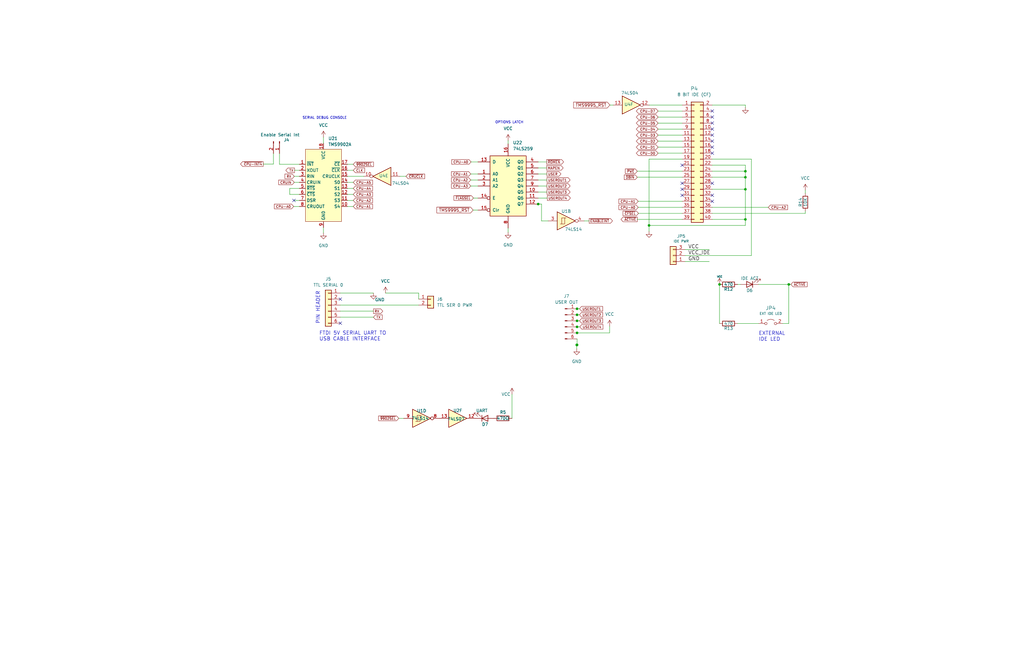
<source format=kicad_sch>
(kicad_sch (version 20211123) (generator eeschema)

  (uuid 745beb59-db8b-44b4-80b3-06646af53166)

  (paper "B")

  (title_block
    (title "Duodyne TMS9995 CPU board")
    (date "2023-12-30")
    (rev "V1.0")
  )

  (lib_symbols
    (symbol "74xx:74LS04" (in_bom yes) (on_board yes)
      (property "Reference" "U" (id 0) (at 0 1.27 0)
        (effects (font (size 1.27 1.27)))
      )
      (property "Value" "74LS04" (id 1) (at 0 -1.27 0)
        (effects (font (size 1.27 1.27)))
      )
      (property "Footprint" "" (id 2) (at 0 0 0)
        (effects (font (size 1.27 1.27)) hide)
      )
      (property "Datasheet" "http://www.ti.com/lit/gpn/sn74LS04" (id 3) (at 0 0 0)
        (effects (font (size 1.27 1.27)) hide)
      )
      (property "ki_locked" "" (id 4) (at 0 0 0)
        (effects (font (size 1.27 1.27)))
      )
      (property "ki_keywords" "TTL not inv" (id 5) (at 0 0 0)
        (effects (font (size 1.27 1.27)) hide)
      )
      (property "ki_description" "Hex Inverter" (id 6) (at 0 0 0)
        (effects (font (size 1.27 1.27)) hide)
      )
      (property "ki_fp_filters" "DIP*W7.62mm* SSOP?14* TSSOP?14*" (id 7) (at 0 0 0)
        (effects (font (size 1.27 1.27)) hide)
      )
      (symbol "74LS04_1_0"
        (polyline
          (pts
            (xy -3.81 3.81)
            (xy -3.81 -3.81)
            (xy 3.81 0)
            (xy -3.81 3.81)
          )
          (stroke (width 0.254) (type default) (color 0 0 0 0))
          (fill (type background))
        )
        (pin input line (at -7.62 0 0) (length 3.81)
          (name "~" (effects (font (size 1.27 1.27))))
          (number "1" (effects (font (size 1.27 1.27))))
        )
        (pin output inverted (at 7.62 0 180) (length 3.81)
          (name "~" (effects (font (size 1.27 1.27))))
          (number "2" (effects (font (size 1.27 1.27))))
        )
      )
      (symbol "74LS04_2_0"
        (polyline
          (pts
            (xy -3.81 3.81)
            (xy -3.81 -3.81)
            (xy 3.81 0)
            (xy -3.81 3.81)
          )
          (stroke (width 0.254) (type default) (color 0 0 0 0))
          (fill (type background))
        )
        (pin input line (at -7.62 0 0) (length 3.81)
          (name "~" (effects (font (size 1.27 1.27))))
          (number "3" (effects (font (size 1.27 1.27))))
        )
        (pin output inverted (at 7.62 0 180) (length 3.81)
          (name "~" (effects (font (size 1.27 1.27))))
          (number "4" (effects (font (size 1.27 1.27))))
        )
      )
      (symbol "74LS04_3_0"
        (polyline
          (pts
            (xy -3.81 3.81)
            (xy -3.81 -3.81)
            (xy 3.81 0)
            (xy -3.81 3.81)
          )
          (stroke (width 0.254) (type default) (color 0 0 0 0))
          (fill (type background))
        )
        (pin input line (at -7.62 0 0) (length 3.81)
          (name "~" (effects (font (size 1.27 1.27))))
          (number "5" (effects (font (size 1.27 1.27))))
        )
        (pin output inverted (at 7.62 0 180) (length 3.81)
          (name "~" (effects (font (size 1.27 1.27))))
          (number "6" (effects (font (size 1.27 1.27))))
        )
      )
      (symbol "74LS04_4_0"
        (polyline
          (pts
            (xy -3.81 3.81)
            (xy -3.81 -3.81)
            (xy 3.81 0)
            (xy -3.81 3.81)
          )
          (stroke (width 0.254) (type default) (color 0 0 0 0))
          (fill (type background))
        )
        (pin output inverted (at 7.62 0 180) (length 3.81)
          (name "~" (effects (font (size 1.27 1.27))))
          (number "8" (effects (font (size 1.27 1.27))))
        )
        (pin input line (at -7.62 0 0) (length 3.81)
          (name "~" (effects (font (size 1.27 1.27))))
          (number "9" (effects (font (size 1.27 1.27))))
        )
      )
      (symbol "74LS04_5_0"
        (polyline
          (pts
            (xy -3.81 3.81)
            (xy -3.81 -3.81)
            (xy 3.81 0)
            (xy -3.81 3.81)
          )
          (stroke (width 0.254) (type default) (color 0 0 0 0))
          (fill (type background))
        )
        (pin output inverted (at 7.62 0 180) (length 3.81)
          (name "~" (effects (font (size 1.27 1.27))))
          (number "10" (effects (font (size 1.27 1.27))))
        )
        (pin input line (at -7.62 0 0) (length 3.81)
          (name "~" (effects (font (size 1.27 1.27))))
          (number "11" (effects (font (size 1.27 1.27))))
        )
      )
      (symbol "74LS04_6_0"
        (polyline
          (pts
            (xy -3.81 3.81)
            (xy -3.81 -3.81)
            (xy 3.81 0)
            (xy -3.81 3.81)
          )
          (stroke (width 0.254) (type default) (color 0 0 0 0))
          (fill (type background))
        )
        (pin output inverted (at 7.62 0 180) (length 3.81)
          (name "~" (effects (font (size 1.27 1.27))))
          (number "12" (effects (font (size 1.27 1.27))))
        )
        (pin input line (at -7.62 0 0) (length 3.81)
          (name "~" (effects (font (size 1.27 1.27))))
          (number "13" (effects (font (size 1.27 1.27))))
        )
      )
      (symbol "74LS04_7_0"
        (pin power_in line (at 0 12.7 270) (length 5.08)
          (name "VCC" (effects (font (size 1.27 1.27))))
          (number "14" (effects (font (size 1.27 1.27))))
        )
        (pin power_in line (at 0 -12.7 90) (length 5.08)
          (name "GND" (effects (font (size 1.27 1.27))))
          (number "7" (effects (font (size 1.27 1.27))))
        )
      )
      (symbol "74LS04_7_1"
        (rectangle (start -5.08 7.62) (end 5.08 -7.62)
          (stroke (width 0.254) (type default) (color 0 0 0 0))
          (fill (type background))
        )
      )
    )
    (symbol "74xx:74LS07" (pin_names (offset 1.016)) (in_bom yes) (on_board yes)
      (property "Reference" "U" (id 0) (at 0 1.27 0)
        (effects (font (size 1.27 1.27)))
      )
      (property "Value" "74LS07" (id 1) (at 0 -1.27 0)
        (effects (font (size 1.27 1.27)))
      )
      (property "Footprint" "" (id 2) (at 0 0 0)
        (effects (font (size 1.27 1.27)) hide)
      )
      (property "Datasheet" "www.ti.com/lit/ds/symlink/sn74ls07.pdf" (id 3) (at 0 0 0)
        (effects (font (size 1.27 1.27)) hide)
      )
      (property "ki_locked" "" (id 4) (at 0 0 0)
        (effects (font (size 1.27 1.27)))
      )
      (property "ki_keywords" "TTL hex buffer OpenCol" (id 5) (at 0 0 0)
        (effects (font (size 1.27 1.27)) hide)
      )
      (property "ki_description" "Hex Buffers and Drivers With Open Collector High Voltage Outputs" (id 6) (at 0 0 0)
        (effects (font (size 1.27 1.27)) hide)
      )
      (property "ki_fp_filters" "SOIC*3.9x8.7mm*P1.27mm* TSSOP*4.4x5mm*P0.65mm* DIP*W7.62mm*" (id 7) (at 0 0 0)
        (effects (font (size 1.27 1.27)) hide)
      )
      (symbol "74LS07_1_0"
        (polyline
          (pts
            (xy -3.81 3.81)
            (xy -3.81 -3.81)
            (xy 3.81 0)
            (xy -3.81 3.81)
          )
          (stroke (width 0.254) (type default) (color 0 0 0 0))
          (fill (type background))
        )
        (pin input line (at -7.62 0 0) (length 3.81)
          (name "~" (effects (font (size 1.27 1.27))))
          (number "1" (effects (font (size 1.27 1.27))))
        )
        (pin open_collector line (at 7.62 0 180) (length 3.81)
          (name "~" (effects (font (size 1.27 1.27))))
          (number "2" (effects (font (size 1.27 1.27))))
        )
      )
      (symbol "74LS07_2_0"
        (polyline
          (pts
            (xy -3.81 3.81)
            (xy -3.81 -3.81)
            (xy 3.81 0)
            (xy -3.81 3.81)
          )
          (stroke (width 0.254) (type default) (color 0 0 0 0))
          (fill (type background))
        )
        (pin input line (at -7.62 0 0) (length 3.81)
          (name "~" (effects (font (size 1.27 1.27))))
          (number "3" (effects (font (size 1.27 1.27))))
        )
        (pin open_collector line (at 7.62 0 180) (length 3.81)
          (name "~" (effects (font (size 1.27 1.27))))
          (number "4" (effects (font (size 1.27 1.27))))
        )
      )
      (symbol "74LS07_3_0"
        (polyline
          (pts
            (xy -3.81 3.81)
            (xy -3.81 -3.81)
            (xy 3.81 0)
            (xy -3.81 3.81)
          )
          (stroke (width 0.254) (type default) (color 0 0 0 0))
          (fill (type background))
        )
        (pin input line (at -7.62 0 0) (length 3.81)
          (name "~" (effects (font (size 1.27 1.27))))
          (number "5" (effects (font (size 1.27 1.27))))
        )
        (pin open_collector line (at 7.62 0 180) (length 3.81)
          (name "~" (effects (font (size 1.27 1.27))))
          (number "6" (effects (font (size 1.27 1.27))))
        )
      )
      (symbol "74LS07_4_0"
        (polyline
          (pts
            (xy -3.81 3.81)
            (xy -3.81 -3.81)
            (xy 3.81 0)
            (xy -3.81 3.81)
          )
          (stroke (width 0.254) (type default) (color 0 0 0 0))
          (fill (type background))
        )
        (pin open_collector line (at 7.62 0 180) (length 3.81)
          (name "~" (effects (font (size 1.27 1.27))))
          (number "8" (effects (font (size 1.27 1.27))))
        )
        (pin input line (at -7.62 0 0) (length 3.81)
          (name "~" (effects (font (size 1.27 1.27))))
          (number "9" (effects (font (size 1.27 1.27))))
        )
      )
      (symbol "74LS07_5_0"
        (polyline
          (pts
            (xy -3.81 3.81)
            (xy -3.81 -3.81)
            (xy 3.81 0)
            (xy -3.81 3.81)
          )
          (stroke (width 0.254) (type default) (color 0 0 0 0))
          (fill (type background))
        )
        (pin open_collector line (at 7.62 0 180) (length 3.81)
          (name "~" (effects (font (size 1.27 1.27))))
          (number "10" (effects (font (size 1.27 1.27))))
        )
        (pin input line (at -7.62 0 0) (length 3.81)
          (name "~" (effects (font (size 1.27 1.27))))
          (number "11" (effects (font (size 1.27 1.27))))
        )
      )
      (symbol "74LS07_6_0"
        (polyline
          (pts
            (xy -3.81 3.81)
            (xy -3.81 -3.81)
            (xy 3.81 0)
            (xy -3.81 3.81)
          )
          (stroke (width 0.254) (type default) (color 0 0 0 0))
          (fill (type background))
        )
        (pin open_collector line (at 7.62 0 180) (length 3.81)
          (name "~" (effects (font (size 1.27 1.27))))
          (number "12" (effects (font (size 1.27 1.27))))
        )
        (pin input line (at -7.62 0 0) (length 3.81)
          (name "~" (effects (font (size 1.27 1.27))))
          (number "13" (effects (font (size 1.27 1.27))))
        )
      )
      (symbol "74LS07_7_0"
        (pin power_in line (at 0 12.7 270) (length 5.08)
          (name "VCC" (effects (font (size 1.27 1.27))))
          (number "14" (effects (font (size 1.27 1.27))))
        )
        (pin power_in line (at 0 -12.7 90) (length 5.08)
          (name "GND" (effects (font (size 1.27 1.27))))
          (number "7" (effects (font (size 1.27 1.27))))
        )
      )
      (symbol "74LS07_7_1"
        (rectangle (start -5.08 7.62) (end 5.08 -7.62)
          (stroke (width 0.254) (type default) (color 0 0 0 0))
          (fill (type background))
        )
      )
    )
    (symbol "74xx:74LS14" (pin_names (offset 1.016)) (in_bom yes) (on_board yes)
      (property "Reference" "U" (id 0) (at 0 1.27 0)
        (effects (font (size 1.27 1.27)))
      )
      (property "Value" "74LS14" (id 1) (at 0 -1.27 0)
        (effects (font (size 1.27 1.27)))
      )
      (property "Footprint" "" (id 2) (at 0 0 0)
        (effects (font (size 1.27 1.27)) hide)
      )
      (property "Datasheet" "http://www.ti.com/lit/gpn/sn74LS14" (id 3) (at 0 0 0)
        (effects (font (size 1.27 1.27)) hide)
      )
      (property "ki_locked" "" (id 4) (at 0 0 0)
        (effects (font (size 1.27 1.27)))
      )
      (property "ki_keywords" "TTL not inverter" (id 5) (at 0 0 0)
        (effects (font (size 1.27 1.27)) hide)
      )
      (property "ki_description" "Hex inverter schmitt trigger" (id 6) (at 0 0 0)
        (effects (font (size 1.27 1.27)) hide)
      )
      (property "ki_fp_filters" "DIP*W7.62mm*" (id 7) (at 0 0 0)
        (effects (font (size 1.27 1.27)) hide)
      )
      (symbol "74LS14_1_0"
        (polyline
          (pts
            (xy -3.81 3.81)
            (xy -3.81 -3.81)
            (xy 3.81 0)
            (xy -3.81 3.81)
          )
          (stroke (width 0.254) (type default) (color 0 0 0 0))
          (fill (type background))
        )
        (pin input line (at -7.62 0 0) (length 3.81)
          (name "~" (effects (font (size 1.27 1.27))))
          (number "1" (effects (font (size 1.27 1.27))))
        )
        (pin output inverted (at 7.62 0 180) (length 3.81)
          (name "~" (effects (font (size 1.27 1.27))))
          (number "2" (effects (font (size 1.27 1.27))))
        )
      )
      (symbol "74LS14_1_1"
        (polyline
          (pts
            (xy -1.905 -1.27)
            (xy -1.905 1.27)
            (xy -0.635 1.27)
          )
          (stroke (width 0) (type default) (color 0 0 0 0))
          (fill (type none))
        )
        (polyline
          (pts
            (xy -2.54 -1.27)
            (xy -0.635 -1.27)
            (xy -0.635 1.27)
            (xy 0 1.27)
          )
          (stroke (width 0) (type default) (color 0 0 0 0))
          (fill (type none))
        )
      )
      (symbol "74LS14_2_0"
        (polyline
          (pts
            (xy -3.81 3.81)
            (xy -3.81 -3.81)
            (xy 3.81 0)
            (xy -3.81 3.81)
          )
          (stroke (width 0.254) (type default) (color 0 0 0 0))
          (fill (type background))
        )
        (pin input line (at -7.62 0 0) (length 3.81)
          (name "~" (effects (font (size 1.27 1.27))))
          (number "3" (effects (font (size 1.27 1.27))))
        )
        (pin output inverted (at 7.62 0 180) (length 3.81)
          (name "~" (effects (font (size 1.27 1.27))))
          (number "4" (effects (font (size 1.27 1.27))))
        )
      )
      (symbol "74LS14_2_1"
        (polyline
          (pts
            (xy -1.905 -1.27)
            (xy -1.905 1.27)
            (xy -0.635 1.27)
          )
          (stroke (width 0) (type default) (color 0 0 0 0))
          (fill (type none))
        )
        (polyline
          (pts
            (xy -2.54 -1.27)
            (xy -0.635 -1.27)
            (xy -0.635 1.27)
            (xy 0 1.27)
          )
          (stroke (width 0) (type default) (color 0 0 0 0))
          (fill (type none))
        )
      )
      (symbol "74LS14_3_0"
        (polyline
          (pts
            (xy -3.81 3.81)
            (xy -3.81 -3.81)
            (xy 3.81 0)
            (xy -3.81 3.81)
          )
          (stroke (width 0.254) (type default) (color 0 0 0 0))
          (fill (type background))
        )
        (pin input line (at -7.62 0 0) (length 3.81)
          (name "~" (effects (font (size 1.27 1.27))))
          (number "5" (effects (font (size 1.27 1.27))))
        )
        (pin output inverted (at 7.62 0 180) (length 3.81)
          (name "~" (effects (font (size 1.27 1.27))))
          (number "6" (effects (font (size 1.27 1.27))))
        )
      )
      (symbol "74LS14_3_1"
        (polyline
          (pts
            (xy -1.905 -1.27)
            (xy -1.905 1.27)
            (xy -0.635 1.27)
          )
          (stroke (width 0) (type default) (color 0 0 0 0))
          (fill (type none))
        )
        (polyline
          (pts
            (xy -2.54 -1.27)
            (xy -0.635 -1.27)
            (xy -0.635 1.27)
            (xy 0 1.27)
          )
          (stroke (width 0) (type default) (color 0 0 0 0))
          (fill (type none))
        )
      )
      (symbol "74LS14_4_0"
        (polyline
          (pts
            (xy -3.81 3.81)
            (xy -3.81 -3.81)
            (xy 3.81 0)
            (xy -3.81 3.81)
          )
          (stroke (width 0.254) (type default) (color 0 0 0 0))
          (fill (type background))
        )
        (pin output inverted (at 7.62 0 180) (length 3.81)
          (name "~" (effects (font (size 1.27 1.27))))
          (number "8" (effects (font (size 1.27 1.27))))
        )
        (pin input line (at -7.62 0 0) (length 3.81)
          (name "~" (effects (font (size 1.27 1.27))))
          (number "9" (effects (font (size 1.27 1.27))))
        )
      )
      (symbol "74LS14_4_1"
        (polyline
          (pts
            (xy -1.905 -1.27)
            (xy -1.905 1.27)
            (xy -0.635 1.27)
          )
          (stroke (width 0) (type default) (color 0 0 0 0))
          (fill (type none))
        )
        (polyline
          (pts
            (xy -2.54 -1.27)
            (xy -0.635 -1.27)
            (xy -0.635 1.27)
            (xy 0 1.27)
          )
          (stroke (width 0) (type default) (color 0 0 0 0))
          (fill (type none))
        )
      )
      (symbol "74LS14_5_0"
        (polyline
          (pts
            (xy -3.81 3.81)
            (xy -3.81 -3.81)
            (xy 3.81 0)
            (xy -3.81 3.81)
          )
          (stroke (width 0.254) (type default) (color 0 0 0 0))
          (fill (type background))
        )
        (pin output inverted (at 7.62 0 180) (length 3.81)
          (name "~" (effects (font (size 1.27 1.27))))
          (number "10" (effects (font (size 1.27 1.27))))
        )
        (pin input line (at -7.62 0 0) (length 3.81)
          (name "~" (effects (font (size 1.27 1.27))))
          (number "11" (effects (font (size 1.27 1.27))))
        )
      )
      (symbol "74LS14_5_1"
        (polyline
          (pts
            (xy -1.905 -1.27)
            (xy -1.905 1.27)
            (xy -0.635 1.27)
          )
          (stroke (width 0) (type default) (color 0 0 0 0))
          (fill (type none))
        )
        (polyline
          (pts
            (xy -2.54 -1.27)
            (xy -0.635 -1.27)
            (xy -0.635 1.27)
            (xy 0 1.27)
          )
          (stroke (width 0) (type default) (color 0 0 0 0))
          (fill (type none))
        )
      )
      (symbol "74LS14_6_0"
        (polyline
          (pts
            (xy -3.81 3.81)
            (xy -3.81 -3.81)
            (xy 3.81 0)
            (xy -3.81 3.81)
          )
          (stroke (width 0.254) (type default) (color 0 0 0 0))
          (fill (type background))
        )
        (pin output inverted (at 7.62 0 180) (length 3.81)
          (name "~" (effects (font (size 1.27 1.27))))
          (number "12" (effects (font (size 1.27 1.27))))
        )
        (pin input line (at -7.62 0 0) (length 3.81)
          (name "~" (effects (font (size 1.27 1.27))))
          (number "13" (effects (font (size 1.27 1.27))))
        )
      )
      (symbol "74LS14_6_1"
        (polyline
          (pts
            (xy -1.905 -1.27)
            (xy -1.905 1.27)
            (xy -0.635 1.27)
          )
          (stroke (width 0) (type default) (color 0 0 0 0))
          (fill (type none))
        )
        (polyline
          (pts
            (xy -2.54 -1.27)
            (xy -0.635 -1.27)
            (xy -0.635 1.27)
            (xy 0 1.27)
          )
          (stroke (width 0) (type default) (color 0 0 0 0))
          (fill (type none))
        )
      )
      (symbol "74LS14_7_0"
        (pin power_in line (at 0 12.7 270) (length 5.08)
          (name "VCC" (effects (font (size 1.27 1.27))))
          (number "14" (effects (font (size 1.27 1.27))))
        )
        (pin power_in line (at 0 -12.7 90) (length 5.08)
          (name "GND" (effects (font (size 1.27 1.27))))
          (number "7" (effects (font (size 1.27 1.27))))
        )
      )
      (symbol "74LS14_7_1"
        (rectangle (start -5.08 7.62) (end 5.08 -7.62)
          (stroke (width 0.254) (type default) (color 0 0 0 0))
          (fill (type background))
        )
      )
    )
    (symbol "74xx:74LS259" (pin_names (offset 1.016)) (in_bom yes) (on_board yes)
      (property "Reference" "U" (id 0) (at -7.62 13.97 0)
        (effects (font (size 1.27 1.27)))
      )
      (property "Value" "74LS259" (id 1) (at -7.62 -13.97 0)
        (effects (font (size 1.27 1.27)))
      )
      (property "Footprint" "" (id 2) (at 0 0 0)
        (effects (font (size 1.27 1.27)) hide)
      )
      (property "Datasheet" "http://www.ti.com/lit/gpn/sn74LS259" (id 3) (at 0 0 0)
        (effects (font (size 1.27 1.27)) hide)
      )
      (property "ki_locked" "" (id 4) (at 0 0 0)
        (effects (font (size 1.27 1.27)))
      )
      (property "ki_keywords" "TTL REG DFF" (id 5) (at 0 0 0)
        (effects (font (size 1.27 1.27)) hide)
      )
      (property "ki_description" "8-bit addressable latch" (id 6) (at 0 0 0)
        (effects (font (size 1.27 1.27)) hide)
      )
      (property "ki_fp_filters" "DIP?16*" (id 7) (at 0 0 0)
        (effects (font (size 1.27 1.27)) hide)
      )
      (symbol "74LS259_1_0"
        (pin input line (at -12.7 5.08 0) (length 5.08)
          (name "A0" (effects (font (size 1.27 1.27))))
          (number "1" (effects (font (size 1.27 1.27))))
        )
        (pin output line (at 12.7 -2.54 180) (length 5.08)
          (name "Q5" (effects (font (size 1.27 1.27))))
          (number "10" (effects (font (size 1.27 1.27))))
        )
        (pin output line (at 12.7 -5.08 180) (length 5.08)
          (name "Q6" (effects (font (size 1.27 1.27))))
          (number "11" (effects (font (size 1.27 1.27))))
        )
        (pin output line (at 12.7 -7.62 180) (length 5.08)
          (name "Q7" (effects (font (size 1.27 1.27))))
          (number "12" (effects (font (size 1.27 1.27))))
        )
        (pin input line (at -12.7 10.16 0) (length 5.08)
          (name "D" (effects (font (size 1.27 1.27))))
          (number "13" (effects (font (size 1.27 1.27))))
        )
        (pin input inverted (at -12.7 -5.08 0) (length 5.08)
          (name "E" (effects (font (size 1.27 1.27))))
          (number "14" (effects (font (size 1.27 1.27))))
        )
        (pin input inverted (at -12.7 -10.16 0) (length 5.08)
          (name "Clr" (effects (font (size 1.27 1.27))))
          (number "15" (effects (font (size 1.27 1.27))))
        )
        (pin power_in line (at 0 17.78 270) (length 5.08)
          (name "VCC" (effects (font (size 1.27 1.27))))
          (number "16" (effects (font (size 1.27 1.27))))
        )
        (pin input line (at -12.7 2.54 0) (length 5.08)
          (name "A1" (effects (font (size 1.27 1.27))))
          (number "2" (effects (font (size 1.27 1.27))))
        )
        (pin input line (at -12.7 0 0) (length 5.08)
          (name "A2" (effects (font (size 1.27 1.27))))
          (number "3" (effects (font (size 1.27 1.27))))
        )
        (pin output line (at 12.7 10.16 180) (length 5.08)
          (name "Q0" (effects (font (size 1.27 1.27))))
          (number "4" (effects (font (size 1.27 1.27))))
        )
        (pin output line (at 12.7 7.62 180) (length 5.08)
          (name "Q1" (effects (font (size 1.27 1.27))))
          (number "5" (effects (font (size 1.27 1.27))))
        )
        (pin output line (at 12.7 5.08 180) (length 5.08)
          (name "Q2" (effects (font (size 1.27 1.27))))
          (number "6" (effects (font (size 1.27 1.27))))
        )
        (pin output line (at 12.7 2.54 180) (length 5.08)
          (name "Q3" (effects (font (size 1.27 1.27))))
          (number "7" (effects (font (size 1.27 1.27))))
        )
        (pin power_in line (at 0 -17.78 90) (length 5.08)
          (name "GND" (effects (font (size 1.27 1.27))))
          (number "8" (effects (font (size 1.27 1.27))))
        )
        (pin output line (at 12.7 0 180) (length 5.08)
          (name "Q4" (effects (font (size 1.27 1.27))))
          (number "9" (effects (font (size 1.27 1.27))))
        )
      )
      (symbol "74LS259_1_1"
        (rectangle (start -7.62 12.7) (end 7.62 -12.7)
          (stroke (width 0.254) (type default) (color 0 0 0 0))
          (fill (type background))
        )
      )
    )
    (symbol "CUSTOM_LIB:TMS9902A" (in_bom yes) (on_board yes)
      (property "Reference" "U21" (id 0) (at -3.0606 19.812 0)
        (effects (font (size 1.27 1.27)) (justify left))
      )
      (property "Value" "TMS9902A" (id 1) (at -3.0606 17.272 0)
        (effects (font (size 1.27 1.27)) (justify left))
      )
      (property "Footprint" "Package_DIP:DIP-18_W7.62mm_Socket_LongPads" (id 2) (at -7.62 -2.54 0)
        (effects (font (size 1.27 1.27)) hide)
      )
      (property "Datasheet" "" (id 3) (at -7.62 -2.54 0)
        (effects (font (size 1.27 1.27)) hide)
      )
      (symbol "TMS9902A_0_1"
        (rectangle (start -12.7 15.24) (end 2.54 -15.24)
          (stroke (width 0) (type default) (color 0 0 0 0))
          (fill (type background))
        )
      )
      (symbol "TMS9902A_1_1"
        (pin output line (at -15.24 8.89 0) (length 2.54)
          (name "~{INT}" (effects (font (size 1.27 1.27))))
          (number "1" (effects (font (size 1.27 1.27))))
        )
        (pin input line (at 5.08 -8.89 180) (length 2.54)
          (name "S4" (effects (font (size 1.27 1.27))))
          (number "10" (effects (font (size 1.27 1.27))))
        )
        (pin input line (at 5.08 -6.35 180) (length 2.54)
          (name "S3" (effects (font (size 1.27 1.27))))
          (number "11" (effects (font (size 1.27 1.27))))
        )
        (pin input line (at 5.08 -3.81 180) (length 2.54)
          (name "S2" (effects (font (size 1.27 1.27))))
          (number "12" (effects (font (size 1.27 1.27))))
        )
        (pin input line (at 5.08 -1.27 180) (length 2.54)
          (name "S1" (effects (font (size 1.27 1.27))))
          (number "13" (effects (font (size 1.27 1.27))))
        )
        (pin input line (at 5.08 1.27 180) (length 2.54)
          (name "S0" (effects (font (size 1.27 1.27))))
          (number "14" (effects (font (size 1.27 1.27))))
        )
        (pin input line (at 5.08 3.81 180) (length 2.54)
          (name "CRUCLK" (effects (font (size 1.27 1.27))))
          (number "15" (effects (font (size 1.27 1.27))))
        )
        (pin input line (at 5.08 6.35 180) (length 2.54)
          (name "~{CLK}" (effects (font (size 1.27 1.27))))
          (number "16" (effects (font (size 1.27 1.27))))
        )
        (pin input line (at 5.08 8.89 180) (length 2.54)
          (name "~{CE}" (effects (font (size 1.27 1.27))))
          (number "17" (effects (font (size 1.27 1.27))))
        )
        (pin power_in line (at -5.08 17.78 270) (length 2.54)
          (name "VCC" (effects (font (size 1.27 1.27))))
          (number "18" (effects (font (size 1.27 1.27))))
        )
        (pin output line (at -15.24 6.35 0) (length 2.54)
          (name "XOUT" (effects (font (size 1.27 1.27))))
          (number "2" (effects (font (size 1.27 1.27))))
        )
        (pin input line (at -15.24 3.81 0) (length 2.54)
          (name "RIN" (effects (font (size 1.27 1.27))))
          (number "3" (effects (font (size 1.27 1.27))))
        )
        (pin output line (at -15.24 1.27 0) (length 2.54)
          (name "CRUIN" (effects (font (size 1.27 1.27))))
          (number "4" (effects (font (size 1.27 1.27))))
        )
        (pin input line (at -15.24 -1.27 0) (length 2.54)
          (name "~{RTS}" (effects (font (size 1.27 1.27))))
          (number "5" (effects (font (size 1.27 1.27))))
        )
        (pin output line (at -15.24 -3.81 0) (length 2.54)
          (name "~{CTS}" (effects (font (size 1.27 1.27))))
          (number "6" (effects (font (size 1.27 1.27))))
        )
        (pin input line (at -15.24 -6.35 0) (length 2.54)
          (name "DSR" (effects (font (size 1.27 1.27))))
          (number "7" (effects (font (size 1.27 1.27))))
        )
        (pin input line (at -15.24 -8.89 0) (length 2.54)
          (name "CRUOUT" (effects (font (size 1.27 1.27))))
          (number "8" (effects (font (size 1.27 1.27))))
        )
        (pin power_in line (at -5.08 -17.78 90) (length 2.54)
          (name "GND" (effects (font (size 1.27 1.27))))
          (number "9" (effects (font (size 1.27 1.27))))
        )
      )
    )
    (symbol "Connector:Conn_01x02_Male" (pin_names (offset 1.016) hide) (in_bom yes) (on_board yes)
      (property "Reference" "J" (id 0) (at 0 2.54 0)
        (effects (font (size 1.27 1.27)))
      )
      (property "Value" "Conn_01x02_Male" (id 1) (at 0 -5.08 0)
        (effects (font (size 1.27 1.27)))
      )
      (property "Footprint" "" (id 2) (at 0 0 0)
        (effects (font (size 1.27 1.27)) hide)
      )
      (property "Datasheet" "~" (id 3) (at 0 0 0)
        (effects (font (size 1.27 1.27)) hide)
      )
      (property "ki_keywords" "connector" (id 4) (at 0 0 0)
        (effects (font (size 1.27 1.27)) hide)
      )
      (property "ki_description" "Generic connector, single row, 01x02, script generated (kicad-library-utils/schlib/autogen/connector/)" (id 5) (at 0 0 0)
        (effects (font (size 1.27 1.27)) hide)
      )
      (property "ki_fp_filters" "Connector*:*_1x??_*" (id 6) (at 0 0 0)
        (effects (font (size 1.27 1.27)) hide)
      )
      (symbol "Conn_01x02_Male_1_1"
        (polyline
          (pts
            (xy 1.27 -2.54)
            (xy 0.8636 -2.54)
          )
          (stroke (width 0.1524) (type default) (color 0 0 0 0))
          (fill (type none))
        )
        (polyline
          (pts
            (xy 1.27 0)
            (xy 0.8636 0)
          )
          (stroke (width 0.1524) (type default) (color 0 0 0 0))
          (fill (type none))
        )
        (rectangle (start 0.8636 -2.413) (end 0 -2.667)
          (stroke (width 0.1524) (type default) (color 0 0 0 0))
          (fill (type outline))
        )
        (rectangle (start 0.8636 0.127) (end 0 -0.127)
          (stroke (width 0.1524) (type default) (color 0 0 0 0))
          (fill (type outline))
        )
        (pin passive line (at 5.08 0 180) (length 3.81)
          (name "Pin_1" (effects (font (size 1.27 1.27))))
          (number "1" (effects (font (size 1.27 1.27))))
        )
        (pin passive line (at 5.08 -2.54 180) (length 3.81)
          (name "Pin_2" (effects (font (size 1.27 1.27))))
          (number "2" (effects (font (size 1.27 1.27))))
        )
      )
    )
    (symbol "Connector:Conn_01x06_Male" (pin_names (offset 1.016) hide) (in_bom yes) (on_board yes)
      (property "Reference" "J" (id 0) (at 0 7.62 0)
        (effects (font (size 1.27 1.27)))
      )
      (property "Value" "Conn_01x06_Male" (id 1) (at 0 -10.16 0)
        (effects (font (size 1.27 1.27)))
      )
      (property "Footprint" "" (id 2) (at 0 0 0)
        (effects (font (size 1.27 1.27)) hide)
      )
      (property "Datasheet" "~" (id 3) (at 0 0 0)
        (effects (font (size 1.27 1.27)) hide)
      )
      (property "ki_keywords" "connector" (id 4) (at 0 0 0)
        (effects (font (size 1.27 1.27)) hide)
      )
      (property "ki_description" "Generic connector, single row, 01x06, script generated (kicad-library-utils/schlib/autogen/connector/)" (id 5) (at 0 0 0)
        (effects (font (size 1.27 1.27)) hide)
      )
      (property "ki_fp_filters" "Connector*:*_1x??_*" (id 6) (at 0 0 0)
        (effects (font (size 1.27 1.27)) hide)
      )
      (symbol "Conn_01x06_Male_1_1"
        (polyline
          (pts
            (xy 1.27 -7.62)
            (xy 0.8636 -7.62)
          )
          (stroke (width 0.1524) (type default) (color 0 0 0 0))
          (fill (type none))
        )
        (polyline
          (pts
            (xy 1.27 -5.08)
            (xy 0.8636 -5.08)
          )
          (stroke (width 0.1524) (type default) (color 0 0 0 0))
          (fill (type none))
        )
        (polyline
          (pts
            (xy 1.27 -2.54)
            (xy 0.8636 -2.54)
          )
          (stroke (width 0.1524) (type default) (color 0 0 0 0))
          (fill (type none))
        )
        (polyline
          (pts
            (xy 1.27 0)
            (xy 0.8636 0)
          )
          (stroke (width 0.1524) (type default) (color 0 0 0 0))
          (fill (type none))
        )
        (polyline
          (pts
            (xy 1.27 2.54)
            (xy 0.8636 2.54)
          )
          (stroke (width 0.1524) (type default) (color 0 0 0 0))
          (fill (type none))
        )
        (polyline
          (pts
            (xy 1.27 5.08)
            (xy 0.8636 5.08)
          )
          (stroke (width 0.1524) (type default) (color 0 0 0 0))
          (fill (type none))
        )
        (rectangle (start 0.8636 -7.493) (end 0 -7.747)
          (stroke (width 0.1524) (type default) (color 0 0 0 0))
          (fill (type outline))
        )
        (rectangle (start 0.8636 -4.953) (end 0 -5.207)
          (stroke (width 0.1524) (type default) (color 0 0 0 0))
          (fill (type outline))
        )
        (rectangle (start 0.8636 -2.413) (end 0 -2.667)
          (stroke (width 0.1524) (type default) (color 0 0 0 0))
          (fill (type outline))
        )
        (rectangle (start 0.8636 0.127) (end 0 -0.127)
          (stroke (width 0.1524) (type default) (color 0 0 0 0))
          (fill (type outline))
        )
        (rectangle (start 0.8636 2.667) (end 0 2.413)
          (stroke (width 0.1524) (type default) (color 0 0 0 0))
          (fill (type outline))
        )
        (rectangle (start 0.8636 5.207) (end 0 4.953)
          (stroke (width 0.1524) (type default) (color 0 0 0 0))
          (fill (type outline))
        )
        (pin passive line (at 5.08 5.08 180) (length 3.81)
          (name "Pin_1" (effects (font (size 1.27 1.27))))
          (number "1" (effects (font (size 1.27 1.27))))
        )
        (pin passive line (at 5.08 2.54 180) (length 3.81)
          (name "Pin_2" (effects (font (size 1.27 1.27))))
          (number "2" (effects (font (size 1.27 1.27))))
        )
        (pin passive line (at 5.08 0 180) (length 3.81)
          (name "Pin_3" (effects (font (size 1.27 1.27))))
          (number "3" (effects (font (size 1.27 1.27))))
        )
        (pin passive line (at 5.08 -2.54 180) (length 3.81)
          (name "Pin_4" (effects (font (size 1.27 1.27))))
          (number "4" (effects (font (size 1.27 1.27))))
        )
        (pin passive line (at 5.08 -5.08 180) (length 3.81)
          (name "Pin_5" (effects (font (size 1.27 1.27))))
          (number "5" (effects (font (size 1.27 1.27))))
        )
        (pin passive line (at 5.08 -7.62 180) (length 3.81)
          (name "Pin_6" (effects (font (size 1.27 1.27))))
          (number "6" (effects (font (size 1.27 1.27))))
        )
      )
    )
    (symbol "Connector_Generic:Conn_01x02" (pin_names (offset 1.016) hide) (in_bom yes) (on_board yes)
      (property "Reference" "J" (id 0) (at 0 2.54 0)
        (effects (font (size 1.27 1.27)))
      )
      (property "Value" "Conn_01x02" (id 1) (at 0 -5.08 0)
        (effects (font (size 1.27 1.27)))
      )
      (property "Footprint" "" (id 2) (at 0 0 0)
        (effects (font (size 1.27 1.27)) hide)
      )
      (property "Datasheet" "~" (id 3) (at 0 0 0)
        (effects (font (size 1.27 1.27)) hide)
      )
      (property "ki_keywords" "connector" (id 4) (at 0 0 0)
        (effects (font (size 1.27 1.27)) hide)
      )
      (property "ki_description" "Generic connector, single row, 01x02, script generated (kicad-library-utils/schlib/autogen/connector/)" (id 5) (at 0 0 0)
        (effects (font (size 1.27 1.27)) hide)
      )
      (property "ki_fp_filters" "Connector*:*_1x??_*" (id 6) (at 0 0 0)
        (effects (font (size 1.27 1.27)) hide)
      )
      (symbol "Conn_01x02_1_1"
        (rectangle (start -1.27 -2.413) (end 0 -2.667)
          (stroke (width 0.1524) (type default) (color 0 0 0 0))
          (fill (type none))
        )
        (rectangle (start -1.27 0.127) (end 0 -0.127)
          (stroke (width 0.1524) (type default) (color 0 0 0 0))
          (fill (type none))
        )
        (rectangle (start -1.27 1.27) (end 1.27 -3.81)
          (stroke (width 0.254) (type default) (color 0 0 0 0))
          (fill (type background))
        )
        (pin passive line (at -5.08 0 0) (length 3.81)
          (name "Pin_1" (effects (font (size 1.27 1.27))))
          (number "1" (effects (font (size 1.27 1.27))))
        )
        (pin passive line (at -5.08 -2.54 0) (length 3.81)
          (name "Pin_2" (effects (font (size 1.27 1.27))))
          (number "2" (effects (font (size 1.27 1.27))))
        )
      )
    )
    (symbol "Connector_Generic:Conn_01x03" (pin_names (offset 1.016) hide) (in_bom yes) (on_board yes)
      (property "Reference" "J" (id 0) (at 0 5.08 0)
        (effects (font (size 1.27 1.27)))
      )
      (property "Value" "Conn_01x03" (id 1) (at 0 -5.08 0)
        (effects (font (size 1.27 1.27)))
      )
      (property "Footprint" "" (id 2) (at 0 0 0)
        (effects (font (size 1.27 1.27)) hide)
      )
      (property "Datasheet" "~" (id 3) (at 0 0 0)
        (effects (font (size 1.27 1.27)) hide)
      )
      (property "ki_keywords" "connector" (id 4) (at 0 0 0)
        (effects (font (size 1.27 1.27)) hide)
      )
      (property "ki_description" "Generic connector, single row, 01x03, script generated (kicad-library-utils/schlib/autogen/connector/)" (id 5) (at 0 0 0)
        (effects (font (size 1.27 1.27)) hide)
      )
      (property "ki_fp_filters" "Connector*:*_1x??_*" (id 6) (at 0 0 0)
        (effects (font (size 1.27 1.27)) hide)
      )
      (symbol "Conn_01x03_1_1"
        (rectangle (start -1.27 -2.413) (end 0 -2.667)
          (stroke (width 0.1524) (type default) (color 0 0 0 0))
          (fill (type none))
        )
        (rectangle (start -1.27 0.127) (end 0 -0.127)
          (stroke (width 0.1524) (type default) (color 0 0 0 0))
          (fill (type none))
        )
        (rectangle (start -1.27 2.667) (end 0 2.413)
          (stroke (width 0.1524) (type default) (color 0 0 0 0))
          (fill (type none))
        )
        (rectangle (start -1.27 3.81) (end 1.27 -3.81)
          (stroke (width 0.254) (type default) (color 0 0 0 0))
          (fill (type background))
        )
        (pin passive line (at -5.08 2.54 0) (length 3.81)
          (name "Pin_1" (effects (font (size 1.27 1.27))))
          (number "1" (effects (font (size 1.27 1.27))))
        )
        (pin passive line (at -5.08 0 0) (length 3.81)
          (name "Pin_2" (effects (font (size 1.27 1.27))))
          (number "2" (effects (font (size 1.27 1.27))))
        )
        (pin passive line (at -5.08 -2.54 0) (length 3.81)
          (name "Pin_3" (effects (font (size 1.27 1.27))))
          (number "3" (effects (font (size 1.27 1.27))))
        )
      )
    )
    (symbol "Connector_Generic:Conn_01x06" (pin_names (offset 1.016) hide) (in_bom yes) (on_board yes)
      (property "Reference" "J" (id 0) (at 0 7.62 0)
        (effects (font (size 1.27 1.27)))
      )
      (property "Value" "Conn_01x06" (id 1) (at 0 -10.16 0)
        (effects (font (size 1.27 1.27)))
      )
      (property "Footprint" "" (id 2) (at 0 0 0)
        (effects (font (size 1.27 1.27)) hide)
      )
      (property "Datasheet" "~" (id 3) (at 0 0 0)
        (effects (font (size 1.27 1.27)) hide)
      )
      (property "ki_keywords" "connector" (id 4) (at 0 0 0)
        (effects (font (size 1.27 1.27)) hide)
      )
      (property "ki_description" "Generic connector, single row, 01x06, script generated (kicad-library-utils/schlib/autogen/connector/)" (id 5) (at 0 0 0)
        (effects (font (size 1.27 1.27)) hide)
      )
      (property "ki_fp_filters" "Connector*:*_1x??_*" (id 6) (at 0 0 0)
        (effects (font (size 1.27 1.27)) hide)
      )
      (symbol "Conn_01x06_1_1"
        (rectangle (start -1.27 -7.493) (end 0 -7.747)
          (stroke (width 0.1524) (type default) (color 0 0 0 0))
          (fill (type none))
        )
        (rectangle (start -1.27 -4.953) (end 0 -5.207)
          (stroke (width 0.1524) (type default) (color 0 0 0 0))
          (fill (type none))
        )
        (rectangle (start -1.27 -2.413) (end 0 -2.667)
          (stroke (width 0.1524) (type default) (color 0 0 0 0))
          (fill (type none))
        )
        (rectangle (start -1.27 0.127) (end 0 -0.127)
          (stroke (width 0.1524) (type default) (color 0 0 0 0))
          (fill (type none))
        )
        (rectangle (start -1.27 2.667) (end 0 2.413)
          (stroke (width 0.1524) (type default) (color 0 0 0 0))
          (fill (type none))
        )
        (rectangle (start -1.27 5.207) (end 0 4.953)
          (stroke (width 0.1524) (type default) (color 0 0 0 0))
          (fill (type none))
        )
        (rectangle (start -1.27 6.35) (end 1.27 -8.89)
          (stroke (width 0.254) (type default) (color 0 0 0 0))
          (fill (type background))
        )
        (pin passive line (at -5.08 5.08 0) (length 3.81)
          (name "Pin_1" (effects (font (size 1.27 1.27))))
          (number "1" (effects (font (size 1.27 1.27))))
        )
        (pin passive line (at -5.08 2.54 0) (length 3.81)
          (name "Pin_2" (effects (font (size 1.27 1.27))))
          (number "2" (effects (font (size 1.27 1.27))))
        )
        (pin passive line (at -5.08 0 0) (length 3.81)
          (name "Pin_3" (effects (font (size 1.27 1.27))))
          (number "3" (effects (font (size 1.27 1.27))))
        )
        (pin passive line (at -5.08 -2.54 0) (length 3.81)
          (name "Pin_4" (effects (font (size 1.27 1.27))))
          (number "4" (effects (font (size 1.27 1.27))))
        )
        (pin passive line (at -5.08 -5.08 0) (length 3.81)
          (name "Pin_5" (effects (font (size 1.27 1.27))))
          (number "5" (effects (font (size 1.27 1.27))))
        )
        (pin passive line (at -5.08 -7.62 0) (length 3.81)
          (name "Pin_6" (effects (font (size 1.27 1.27))))
          (number "6" (effects (font (size 1.27 1.27))))
        )
      )
    )
    (symbol "Connector_Generic:Conn_02x20_Odd_Even" (pin_names (offset 1.016) hide) (in_bom yes) (on_board yes)
      (property "Reference" "J" (id 0) (at 1.27 25.4 0)
        (effects (font (size 1.27 1.27)))
      )
      (property "Value" "Conn_02x20_Odd_Even" (id 1) (at 1.27 -27.94 0)
        (effects (font (size 1.27 1.27)))
      )
      (property "Footprint" "" (id 2) (at 0 0 0)
        (effects (font (size 1.27 1.27)) hide)
      )
      (property "Datasheet" "~" (id 3) (at 0 0 0)
        (effects (font (size 1.27 1.27)) hide)
      )
      (property "ki_keywords" "connector" (id 4) (at 0 0 0)
        (effects (font (size 1.27 1.27)) hide)
      )
      (property "ki_description" "Generic connector, double row, 02x20, odd/even pin numbering scheme (row 1 odd numbers, row 2 even numbers), script generated (kicad-library-utils/schlib/autogen/connector/)" (id 5) (at 0 0 0)
        (effects (font (size 1.27 1.27)) hide)
      )
      (property "ki_fp_filters" "Connector*:*_2x??_*" (id 6) (at 0 0 0)
        (effects (font (size 1.27 1.27)) hide)
      )
      (symbol "Conn_02x20_Odd_Even_1_1"
        (rectangle (start -1.27 -25.273) (end 0 -25.527)
          (stroke (width 0.1524) (type default) (color 0 0 0 0))
          (fill (type none))
        )
        (rectangle (start -1.27 -22.733) (end 0 -22.987)
          (stroke (width 0.1524) (type default) (color 0 0 0 0))
          (fill (type none))
        )
        (rectangle (start -1.27 -20.193) (end 0 -20.447)
          (stroke (width 0.1524) (type default) (color 0 0 0 0))
          (fill (type none))
        )
        (rectangle (start -1.27 -17.653) (end 0 -17.907)
          (stroke (width 0.1524) (type default) (color 0 0 0 0))
          (fill (type none))
        )
        (rectangle (start -1.27 -15.113) (end 0 -15.367)
          (stroke (width 0.1524) (type default) (color 0 0 0 0))
          (fill (type none))
        )
        (rectangle (start -1.27 -12.573) (end 0 -12.827)
          (stroke (width 0.1524) (type default) (color 0 0 0 0))
          (fill (type none))
        )
        (rectangle (start -1.27 -10.033) (end 0 -10.287)
          (stroke (width 0.1524) (type default) (color 0 0 0 0))
          (fill (type none))
        )
        (rectangle (start -1.27 -7.493) (end 0 -7.747)
          (stroke (width 0.1524) (type default) (color 0 0 0 0))
          (fill (type none))
        )
        (rectangle (start -1.27 -4.953) (end 0 -5.207)
          (stroke (width 0.1524) (type default) (color 0 0 0 0))
          (fill (type none))
        )
        (rectangle (start -1.27 -2.413) (end 0 -2.667)
          (stroke (width 0.1524) (type default) (color 0 0 0 0))
          (fill (type none))
        )
        (rectangle (start -1.27 0.127) (end 0 -0.127)
          (stroke (width 0.1524) (type default) (color 0 0 0 0))
          (fill (type none))
        )
        (rectangle (start -1.27 2.667) (end 0 2.413)
          (stroke (width 0.1524) (type default) (color 0 0 0 0))
          (fill (type none))
        )
        (rectangle (start -1.27 5.207) (end 0 4.953)
          (stroke (width 0.1524) (type default) (color 0 0 0 0))
          (fill (type none))
        )
        (rectangle (start -1.27 7.747) (end 0 7.493)
          (stroke (width 0.1524) (type default) (color 0 0 0 0))
          (fill (type none))
        )
        (rectangle (start -1.27 10.287) (end 0 10.033)
          (stroke (width 0.1524) (type default) (color 0 0 0 0))
          (fill (type none))
        )
        (rectangle (start -1.27 12.827) (end 0 12.573)
          (stroke (width 0.1524) (type default) (color 0 0 0 0))
          (fill (type none))
        )
        (rectangle (start -1.27 15.367) (end 0 15.113)
          (stroke (width 0.1524) (type default) (color 0 0 0 0))
          (fill (type none))
        )
        (rectangle (start -1.27 17.907) (end 0 17.653)
          (stroke (width 0.1524) (type default) (color 0 0 0 0))
          (fill (type none))
        )
        (rectangle (start -1.27 20.447) (end 0 20.193)
          (stroke (width 0.1524) (type default) (color 0 0 0 0))
          (fill (type none))
        )
        (rectangle (start -1.27 22.987) (end 0 22.733)
          (stroke (width 0.1524) (type default) (color 0 0 0 0))
          (fill (type none))
        )
        (rectangle (start -1.27 24.13) (end 3.81 -26.67)
          (stroke (width 0.254) (type default) (color 0 0 0 0))
          (fill (type background))
        )
        (rectangle (start 3.81 -25.273) (end 2.54 -25.527)
          (stroke (width 0.1524) (type default) (color 0 0 0 0))
          (fill (type none))
        )
        (rectangle (start 3.81 -22.733) (end 2.54 -22.987)
          (stroke (width 0.1524) (type default) (color 0 0 0 0))
          (fill (type none))
        )
        (rectangle (start 3.81 -20.193) (end 2.54 -20.447)
          (stroke (width 0.1524) (type default) (color 0 0 0 0))
          (fill (type none))
        )
        (rectangle (start 3.81 -17.653) (end 2.54 -17.907)
          (stroke (width 0.1524) (type default) (color 0 0 0 0))
          (fill (type none))
        )
        (rectangle (start 3.81 -15.113) (end 2.54 -15.367)
          (stroke (width 0.1524) (type default) (color 0 0 0 0))
          (fill (type none))
        )
        (rectangle (start 3.81 -12.573) (end 2.54 -12.827)
          (stroke (width 0.1524) (type default) (color 0 0 0 0))
          (fill (type none))
        )
        (rectangle (start 3.81 -10.033) (end 2.54 -10.287)
          (stroke (width 0.1524) (type default) (color 0 0 0 0))
          (fill (type none))
        )
        (rectangle (start 3.81 -7.493) (end 2.54 -7.747)
          (stroke (width 0.1524) (type default) (color 0 0 0 0))
          (fill (type none))
        )
        (rectangle (start 3.81 -4.953) (end 2.54 -5.207)
          (stroke (width 0.1524) (type default) (color 0 0 0 0))
          (fill (type none))
        )
        (rectangle (start 3.81 -2.413) (end 2.54 -2.667)
          (stroke (width 0.1524) (type default) (color 0 0 0 0))
          (fill (type none))
        )
        (rectangle (start 3.81 0.127) (end 2.54 -0.127)
          (stroke (width 0.1524) (type default) (color 0 0 0 0))
          (fill (type none))
        )
        (rectangle (start 3.81 2.667) (end 2.54 2.413)
          (stroke (width 0.1524) (type default) (color 0 0 0 0))
          (fill (type none))
        )
        (rectangle (start 3.81 5.207) (end 2.54 4.953)
          (stroke (width 0.1524) (type default) (color 0 0 0 0))
          (fill (type none))
        )
        (rectangle (start 3.81 7.747) (end 2.54 7.493)
          (stroke (width 0.1524) (type default) (color 0 0 0 0))
          (fill (type none))
        )
        (rectangle (start 3.81 10.287) (end 2.54 10.033)
          (stroke (width 0.1524) (type default) (color 0 0 0 0))
          (fill (type none))
        )
        (rectangle (start 3.81 12.827) (end 2.54 12.573)
          (stroke (width 0.1524) (type default) (color 0 0 0 0))
          (fill (type none))
        )
        (rectangle (start 3.81 15.367) (end 2.54 15.113)
          (stroke (width 0.1524) (type default) (color 0 0 0 0))
          (fill (type none))
        )
        (rectangle (start 3.81 17.907) (end 2.54 17.653)
          (stroke (width 0.1524) (type default) (color 0 0 0 0))
          (fill (type none))
        )
        (rectangle (start 3.81 20.447) (end 2.54 20.193)
          (stroke (width 0.1524) (type default) (color 0 0 0 0))
          (fill (type none))
        )
        (rectangle (start 3.81 22.987) (end 2.54 22.733)
          (stroke (width 0.1524) (type default) (color 0 0 0 0))
          (fill (type none))
        )
        (pin passive line (at -5.08 22.86 0) (length 3.81)
          (name "Pin_1" (effects (font (size 1.27 1.27))))
          (number "1" (effects (font (size 1.27 1.27))))
        )
        (pin passive line (at 7.62 12.7 180) (length 3.81)
          (name "Pin_10" (effects (font (size 1.27 1.27))))
          (number "10" (effects (font (size 1.27 1.27))))
        )
        (pin passive line (at -5.08 10.16 0) (length 3.81)
          (name "Pin_11" (effects (font (size 1.27 1.27))))
          (number "11" (effects (font (size 1.27 1.27))))
        )
        (pin passive line (at 7.62 10.16 180) (length 3.81)
          (name "Pin_12" (effects (font (size 1.27 1.27))))
          (number "12" (effects (font (size 1.27 1.27))))
        )
        (pin passive line (at -5.08 7.62 0) (length 3.81)
          (name "Pin_13" (effects (font (size 1.27 1.27))))
          (number "13" (effects (font (size 1.27 1.27))))
        )
        (pin passive line (at 7.62 7.62 180) (length 3.81)
          (name "Pin_14" (effects (font (size 1.27 1.27))))
          (number "14" (effects (font (size 1.27 1.27))))
        )
        (pin passive line (at -5.08 5.08 0) (length 3.81)
          (name "Pin_15" (effects (font (size 1.27 1.27))))
          (number "15" (effects (font (size 1.27 1.27))))
        )
        (pin passive line (at 7.62 5.08 180) (length 3.81)
          (name "Pin_16" (effects (font (size 1.27 1.27))))
          (number "16" (effects (font (size 1.27 1.27))))
        )
        (pin passive line (at -5.08 2.54 0) (length 3.81)
          (name "Pin_17" (effects (font (size 1.27 1.27))))
          (number "17" (effects (font (size 1.27 1.27))))
        )
        (pin passive line (at 7.62 2.54 180) (length 3.81)
          (name "Pin_18" (effects (font (size 1.27 1.27))))
          (number "18" (effects (font (size 1.27 1.27))))
        )
        (pin passive line (at -5.08 0 0) (length 3.81)
          (name "Pin_19" (effects (font (size 1.27 1.27))))
          (number "19" (effects (font (size 1.27 1.27))))
        )
        (pin passive line (at 7.62 22.86 180) (length 3.81)
          (name "Pin_2" (effects (font (size 1.27 1.27))))
          (number "2" (effects (font (size 1.27 1.27))))
        )
        (pin passive line (at 7.62 0 180) (length 3.81)
          (name "Pin_20" (effects (font (size 1.27 1.27))))
          (number "20" (effects (font (size 1.27 1.27))))
        )
        (pin passive line (at -5.08 -2.54 0) (length 3.81)
          (name "Pin_21" (effects (font (size 1.27 1.27))))
          (number "21" (effects (font (size 1.27 1.27))))
        )
        (pin passive line (at 7.62 -2.54 180) (length 3.81)
          (name "Pin_22" (effects (font (size 1.27 1.27))))
          (number "22" (effects (font (size 1.27 1.27))))
        )
        (pin passive line (at -5.08 -5.08 0) (length 3.81)
          (name "Pin_23" (effects (font (size 1.27 1.27))))
          (number "23" (effects (font (size 1.27 1.27))))
        )
        (pin passive line (at 7.62 -5.08 180) (length 3.81)
          (name "Pin_24" (effects (font (size 1.27 1.27))))
          (number "24" (effects (font (size 1.27 1.27))))
        )
        (pin passive line (at -5.08 -7.62 0) (length 3.81)
          (name "Pin_25" (effects (font (size 1.27 1.27))))
          (number "25" (effects (font (size 1.27 1.27))))
        )
        (pin passive line (at 7.62 -7.62 180) (length 3.81)
          (name "Pin_26" (effects (font (size 1.27 1.27))))
          (number "26" (effects (font (size 1.27 1.27))))
        )
        (pin passive line (at -5.08 -10.16 0) (length 3.81)
          (name "Pin_27" (effects (font (size 1.27 1.27))))
          (number "27" (effects (font (size 1.27 1.27))))
        )
        (pin passive line (at 7.62 -10.16 180) (length 3.81)
          (name "Pin_28" (effects (font (size 1.27 1.27))))
          (number "28" (effects (font (size 1.27 1.27))))
        )
        (pin passive line (at -5.08 -12.7 0) (length 3.81)
          (name "Pin_29" (effects (font (size 1.27 1.27))))
          (number "29" (effects (font (size 1.27 1.27))))
        )
        (pin passive line (at -5.08 20.32 0) (length 3.81)
          (name "Pin_3" (effects (font (size 1.27 1.27))))
          (number "3" (effects (font (size 1.27 1.27))))
        )
        (pin passive line (at 7.62 -12.7 180) (length 3.81)
          (name "Pin_30" (effects (font (size 1.27 1.27))))
          (number "30" (effects (font (size 1.27 1.27))))
        )
        (pin passive line (at -5.08 -15.24 0) (length 3.81)
          (name "Pin_31" (effects (font (size 1.27 1.27))))
          (number "31" (effects (font (size 1.27 1.27))))
        )
        (pin passive line (at 7.62 -15.24 180) (length 3.81)
          (name "Pin_32" (effects (font (size 1.27 1.27))))
          (number "32" (effects (font (size 1.27 1.27))))
        )
        (pin passive line (at -5.08 -17.78 0) (length 3.81)
          (name "Pin_33" (effects (font (size 1.27 1.27))))
          (number "33" (effects (font (size 1.27 1.27))))
        )
        (pin passive line (at 7.62 -17.78 180) (length 3.81)
          (name "Pin_34" (effects (font (size 1.27 1.27))))
          (number "34" (effects (font (size 1.27 1.27))))
        )
        (pin passive line (at -5.08 -20.32 0) (length 3.81)
          (name "Pin_35" (effects (font (size 1.27 1.27))))
          (number "35" (effects (font (size 1.27 1.27))))
        )
        (pin passive line (at 7.62 -20.32 180) (length 3.81)
          (name "Pin_36" (effects (font (size 1.27 1.27))))
          (number "36" (effects (font (size 1.27 1.27))))
        )
        (pin passive line (at -5.08 -22.86 0) (length 3.81)
          (name "Pin_37" (effects (font (size 1.27 1.27))))
          (number "37" (effects (font (size 1.27 1.27))))
        )
        (pin passive line (at 7.62 -22.86 180) (length 3.81)
          (name "Pin_38" (effects (font (size 1.27 1.27))))
          (number "38" (effects (font (size 1.27 1.27))))
        )
        (pin passive line (at -5.08 -25.4 0) (length 3.81)
          (name "Pin_39" (effects (font (size 1.27 1.27))))
          (number "39" (effects (font (size 1.27 1.27))))
        )
        (pin passive line (at 7.62 20.32 180) (length 3.81)
          (name "Pin_4" (effects (font (size 1.27 1.27))))
          (number "4" (effects (font (size 1.27 1.27))))
        )
        (pin passive line (at 7.62 -25.4 180) (length 3.81)
          (name "Pin_40" (effects (font (size 1.27 1.27))))
          (number "40" (effects (font (size 1.27 1.27))))
        )
        (pin passive line (at -5.08 17.78 0) (length 3.81)
          (name "Pin_5" (effects (font (size 1.27 1.27))))
          (number "5" (effects (font (size 1.27 1.27))))
        )
        (pin passive line (at 7.62 17.78 180) (length 3.81)
          (name "Pin_6" (effects (font (size 1.27 1.27))))
          (number "6" (effects (font (size 1.27 1.27))))
        )
        (pin passive line (at -5.08 15.24 0) (length 3.81)
          (name "Pin_7" (effects (font (size 1.27 1.27))))
          (number "7" (effects (font (size 1.27 1.27))))
        )
        (pin passive line (at 7.62 15.24 180) (length 3.81)
          (name "Pin_8" (effects (font (size 1.27 1.27))))
          (number "8" (effects (font (size 1.27 1.27))))
        )
        (pin passive line (at -5.08 12.7 0) (length 3.81)
          (name "Pin_9" (effects (font (size 1.27 1.27))))
          (number "9" (effects (font (size 1.27 1.27))))
        )
      )
    )
    (symbol "Device:LED" (pin_numbers hide) (pin_names (offset 1.016) hide) (in_bom yes) (on_board yes)
      (property "Reference" "D" (id 0) (at 0 2.54 0)
        (effects (font (size 1.27 1.27)))
      )
      (property "Value" "LED" (id 1) (at 0 -2.54 0)
        (effects (font (size 1.27 1.27)))
      )
      (property "Footprint" "" (id 2) (at 0 0 0)
        (effects (font (size 1.27 1.27)) hide)
      )
      (property "Datasheet" "~" (id 3) (at 0 0 0)
        (effects (font (size 1.27 1.27)) hide)
      )
      (property "ki_keywords" "LED diode" (id 4) (at 0 0 0)
        (effects (font (size 1.27 1.27)) hide)
      )
      (property "ki_description" "Light emitting diode" (id 5) (at 0 0 0)
        (effects (font (size 1.27 1.27)) hide)
      )
      (property "ki_fp_filters" "LED* LED_SMD:* LED_THT:*" (id 6) (at 0 0 0)
        (effects (font (size 1.27 1.27)) hide)
      )
      (symbol "LED_0_1"
        (polyline
          (pts
            (xy -1.27 -1.27)
            (xy -1.27 1.27)
          )
          (stroke (width 0.254) (type default) (color 0 0 0 0))
          (fill (type none))
        )
        (polyline
          (pts
            (xy -1.27 0)
            (xy 1.27 0)
          )
          (stroke (width 0) (type default) (color 0 0 0 0))
          (fill (type none))
        )
        (polyline
          (pts
            (xy 1.27 -1.27)
            (xy 1.27 1.27)
            (xy -1.27 0)
            (xy 1.27 -1.27)
          )
          (stroke (width 0.254) (type default) (color 0 0 0 0))
          (fill (type none))
        )
        (polyline
          (pts
            (xy -3.048 -0.762)
            (xy -4.572 -2.286)
            (xy -3.81 -2.286)
            (xy -4.572 -2.286)
            (xy -4.572 -1.524)
          )
          (stroke (width 0) (type default) (color 0 0 0 0))
          (fill (type none))
        )
        (polyline
          (pts
            (xy -1.778 -0.762)
            (xy -3.302 -2.286)
            (xy -2.54 -2.286)
            (xy -3.302 -2.286)
            (xy -3.302 -1.524)
          )
          (stroke (width 0) (type default) (color 0 0 0 0))
          (fill (type none))
        )
      )
      (symbol "LED_1_1"
        (pin passive line (at -3.81 0 0) (length 2.54)
          (name "K" (effects (font (size 1.27 1.27))))
          (number "1" (effects (font (size 1.27 1.27))))
        )
        (pin passive line (at 3.81 0 180) (length 2.54)
          (name "A" (effects (font (size 1.27 1.27))))
          (number "2" (effects (font (size 1.27 1.27))))
        )
      )
    )
    (symbol "Device:R" (pin_numbers hide) (pin_names (offset 0)) (in_bom yes) (on_board yes)
      (property "Reference" "R" (id 0) (at 2.032 0 90)
        (effects (font (size 1.27 1.27)))
      )
      (property "Value" "R" (id 1) (at 0 0 90)
        (effects (font (size 1.27 1.27)))
      )
      (property "Footprint" "" (id 2) (at -1.778 0 90)
        (effects (font (size 1.27 1.27)) hide)
      )
      (property "Datasheet" "~" (id 3) (at 0 0 0)
        (effects (font (size 1.27 1.27)) hide)
      )
      (property "ki_keywords" "R res resistor" (id 4) (at 0 0 0)
        (effects (font (size 1.27 1.27)) hide)
      )
      (property "ki_description" "Resistor" (id 5) (at 0 0 0)
        (effects (font (size 1.27 1.27)) hide)
      )
      (property "ki_fp_filters" "R_*" (id 6) (at 0 0 0)
        (effects (font (size 1.27 1.27)) hide)
      )
      (symbol "R_0_1"
        (rectangle (start -1.016 -2.54) (end 1.016 2.54)
          (stroke (width 0.254) (type default) (color 0 0 0 0))
          (fill (type none))
        )
      )
      (symbol "R_1_1"
        (pin passive line (at 0 3.81 270) (length 1.27)
          (name "~" (effects (font (size 1.27 1.27))))
          (number "1" (effects (font (size 1.27 1.27))))
        )
        (pin passive line (at 0 -3.81 90) (length 1.27)
          (name "~" (effects (font (size 1.27 1.27))))
          (number "2" (effects (font (size 1.27 1.27))))
        )
      )
    )
    (symbol "Jumper:Jumper_2_Open" (pin_names (offset 0) hide) (in_bom yes) (on_board yes)
      (property "Reference" "JP" (id 0) (at 0 2.794 0)
        (effects (font (size 1.27 1.27)))
      )
      (property "Value" "Jumper_2_Open" (id 1) (at 0 -2.286 0)
        (effects (font (size 1.27 1.27)))
      )
      (property "Footprint" "" (id 2) (at 0 0 0)
        (effects (font (size 1.27 1.27)) hide)
      )
      (property "Datasheet" "~" (id 3) (at 0 0 0)
        (effects (font (size 1.27 1.27)) hide)
      )
      (property "ki_keywords" "Jumper SPST" (id 4) (at 0 0 0)
        (effects (font (size 1.27 1.27)) hide)
      )
      (property "ki_description" "Jumper, 2-pole, open" (id 5) (at 0 0 0)
        (effects (font (size 1.27 1.27)) hide)
      )
      (property "ki_fp_filters" "Jumper* TestPoint*2Pads* TestPoint*Bridge*" (id 6) (at 0 0 0)
        (effects (font (size 1.27 1.27)) hide)
      )
      (symbol "Jumper_2_Open_0_0"
        (circle (center -2.032 0) (radius 0.508)
          (stroke (width 0) (type default) (color 0 0 0 0))
          (fill (type none))
        )
        (circle (center 2.032 0) (radius 0.508)
          (stroke (width 0) (type default) (color 0 0 0 0))
          (fill (type none))
        )
      )
      (symbol "Jumper_2_Open_0_1"
        (arc (start 1.524 1.27) (mid 0 1.778) (end -1.524 1.27)
          (stroke (width 0) (type default) (color 0 0 0 0))
          (fill (type none))
        )
      )
      (symbol "Jumper_2_Open_1_1"
        (pin passive line (at -5.08 0 0) (length 2.54)
          (name "A" (effects (font (size 1.27 1.27))))
          (number "1" (effects (font (size 1.27 1.27))))
        )
        (pin passive line (at 5.08 0 180) (length 2.54)
          (name "B" (effects (font (size 1.27 1.27))))
          (number "2" (effects (font (size 1.27 1.27))))
        )
      )
    )
    (symbol "power:GND" (power) (pin_names (offset 0)) (in_bom yes) (on_board yes)
      (property "Reference" "#PWR" (id 0) (at 0 -6.35 0)
        (effects (font (size 1.27 1.27)) hide)
      )
      (property "Value" "GND" (id 1) (at 0 -3.81 0)
        (effects (font (size 1.27 1.27)))
      )
      (property "Footprint" "" (id 2) (at 0 0 0)
        (effects (font (size 1.27 1.27)) hide)
      )
      (property "Datasheet" "" (id 3) (at 0 0 0)
        (effects (font (size 1.27 1.27)) hide)
      )
      (property "ki_keywords" "global power" (id 4) (at 0 0 0)
        (effects (font (size 1.27 1.27)) hide)
      )
      (property "ki_description" "Power symbol creates a global label with name \"GND\" , ground" (id 5) (at 0 0 0)
        (effects (font (size 1.27 1.27)) hide)
      )
      (symbol "GND_0_1"
        (polyline
          (pts
            (xy 0 0)
            (xy 0 -1.27)
            (xy 1.27 -1.27)
            (xy 0 -2.54)
            (xy -1.27 -1.27)
            (xy 0 -1.27)
          )
          (stroke (width 0) (type default) (color 0 0 0 0))
          (fill (type none))
        )
      )
      (symbol "GND_1_1"
        (pin power_in line (at 0 0 270) (length 0) hide
          (name "GND" (effects (font (size 1.27 1.27))))
          (number "1" (effects (font (size 1.27 1.27))))
        )
      )
    )
    (symbol "power:VCC" (power) (pin_names (offset 0)) (in_bom yes) (on_board yes)
      (property "Reference" "#PWR" (id 0) (at 0 -3.81 0)
        (effects (font (size 1.27 1.27)) hide)
      )
      (property "Value" "VCC" (id 1) (at 0 3.81 0)
        (effects (font (size 1.27 1.27)))
      )
      (property "Footprint" "" (id 2) (at 0 0 0)
        (effects (font (size 1.27 1.27)) hide)
      )
      (property "Datasheet" "" (id 3) (at 0 0 0)
        (effects (font (size 1.27 1.27)) hide)
      )
      (property "ki_keywords" "global power" (id 4) (at 0 0 0)
        (effects (font (size 1.27 1.27)) hide)
      )
      (property "ki_description" "Power symbol creates a global label with name \"VCC\"" (id 5) (at 0 0 0)
        (effects (font (size 1.27 1.27)) hide)
      )
      (symbol "VCC_0_1"
        (polyline
          (pts
            (xy -0.762 1.27)
            (xy 0 2.54)
          )
          (stroke (width 0) (type default) (color 0 0 0 0))
          (fill (type none))
        )
        (polyline
          (pts
            (xy 0 0)
            (xy 0 2.54)
          )
          (stroke (width 0) (type default) (color 0 0 0 0))
          (fill (type none))
        )
        (polyline
          (pts
            (xy 0 2.54)
            (xy 0.762 1.27)
          )
          (stroke (width 0) (type default) (color 0 0 0 0))
          (fill (type none))
        )
      )
      (symbol "VCC_1_1"
        (pin power_in line (at 0 0 90) (length 0) hide
          (name "VCC" (effects (font (size 1.27 1.27))))
          (number "1" (effects (font (size 1.27 1.27))))
        )
      )
    )
  )

  (junction (at 314.325 74.803) (diameter 0) (color 0 0 0 0)
    (uuid 015337d8-85ab-4845-bcae-b61f1b1649d2)
  )
  (junction (at 314.325 92.583) (diameter 0) (color 0 0 0 0)
    (uuid 39555ae0-3ca3-4dc4-82ca-09f3292c9439)
  )
  (junction (at 243.205 145.542) (diameter 0) (color 0 0 0 0)
    (uuid 39e6a7b7-e209-4447-91a1-3f74cf16dca3)
  )
  (junction (at 273.685 95.123) (diameter 0) (color 0 0 0 0)
    (uuid 438b8259-2314-4031-b7ce-9269f69b7a8a)
  )
  (junction (at 314.325 79.883) (diameter 0) (color 0 0 0 0)
    (uuid 4fa9baa1-f47b-45cd-98bd-1a5718a87fe4)
  )
  (junction (at 303.403 120.015) (diameter 0) (color 0 0 0 0)
    (uuid 5321bc14-38fe-4e71-bec0-df73ce2c528c)
  )
  (junction (at 243.332 140.462) (diameter 0) (color 0 0 0 0)
    (uuid 5f9b93da-c6e4-456d-9585-3a6f22518fa4)
  )
  (junction (at 332.613 120.015) (diameter 0) (color 0 0 0 0)
    (uuid 94ba6339-7ae4-46b6-9c6f-3c4e2f923478)
  )
  (junction (at 314.325 72.263) (diameter 0) (color 0 0 0 0)
    (uuid 9ca4c8a5-8a1a-4487-afa1-c042ad9c8b64)
  )
  (junction (at 226.949 86.106) (diameter 0) (color 0 0 0 0)
    (uuid a1cdc9c7-a3b7-4257-a9b0-29563033fa8a)
  )
  (junction (at 243.332 135.382) (diameter 0) (color 0 0 0 0)
    (uuid d2e1fd64-5880-41f4-9cff-57d436127fae)
  )
  (junction (at 243.332 130.302) (diameter 0) (color 0 0 0 0)
    (uuid d483002c-5f58-4b37-9718-97cb73fa84b1)
  )
  (junction (at 243.332 145.542) (diameter 0) (color 0 0 0 0)
    (uuid d907409e-2f44-43ea-915b-6c004d2d97d1)
  )
  (junction (at 243.332 132.842) (diameter 0) (color 0 0 0 0)
    (uuid e28e4668-586d-4bea-9fa1-fce20be970e8)
  )
  (junction (at 243.332 137.922) (diameter 0) (color 0 0 0 0)
    (uuid e8249d41-69c5-4864-85de-e92c9c56f9d6)
  )

  (no_connect (at 300.355 64.643) (uuid 0775e8f0-b00c-485c-be89-e95d24cc04b9))
  (no_connect (at 300.355 51.943) (uuid 0c83f145-9986-4cd8-ae3b-4397e55e48ed))
  (no_connect (at 300.355 77.343) (uuid 17e9c857-a11f-41ee-bee6-816fcdb51a7a))
  (no_connect (at 300.355 54.483) (uuid 208f1c03-ed7c-463c-aef0-8bfc57269f03))
  (no_connect (at 143.51 136.398) (uuid 46a43601-c3bb-46ca-a2bb-064881284c75))
  (no_connect (at 300.355 46.863) (uuid 51b6323e-a3d7-422f-b2df-250011b8153d))
  (no_connect (at 300.355 62.103) (uuid 634fbf0f-4f4c-42e9-a27c-6995b9cec2dd))
  (no_connect (at 287.655 79.883) (uuid 672525d0-4a79-4993-b9fe-395ad7d0369a))
  (no_connect (at 300.355 84.963) (uuid 7bc7abaf-8cfa-4d4b-80a1-94e5b1c334e4))
  (no_connect (at 300.355 49.403) (uuid 8b8ba4ce-4a1f-4801-8571-6875267e1c18))
  (no_connect (at 287.655 69.723) (uuid 8e6d14d5-41bf-4b70-b56b-d1c3b7fc2b89))
  (no_connect (at 300.355 59.563) (uuid acc00852-941f-4378-b6a7-104a11085780))
  (no_connect (at 143.51 126.238) (uuid ae5d5248-954d-4c59-b436-c105040aa93a))
  (no_connect (at 287.655 82.423) (uuid b004c186-3002-49c8-920d-cf966a47b5fc))
  (no_connect (at 287.655 77.343) (uuid b572cfa2-9649-4dac-a715-035a66bde8de))
  (no_connect (at 123.952 84.582) (uuid b74ecceb-ae35-4bb5-9719-c2a779401c1d))
  (no_connect (at 300.355 82.423) (uuid cb34647c-af0a-4830-bc2e-38b281fb1a30))
  (no_connect (at 300.355 57.023) (uuid ffc75a9b-cab9-4736-bc0a-585bbf234193))

  (wire (pts (xy 277.495 57.023) (xy 287.655 57.023))
    (stroke (width 0) (type default) (color 0 0 0 0))
    (uuid 0070e949-cfa5-40be-b5c0-0e7b7011f2e7)
  )
  (wire (pts (xy 168.148 176.53) (xy 170.18 176.53))
    (stroke (width 0) (type default) (color 0 0 0 0))
    (uuid 037cd181-6d93-4ed6-9efb-909a0931a762)
  )
  (wire (pts (xy 300.355 90.043) (xy 339.598 90.043))
    (stroke (width 0) (type default) (color 0 0 0 0))
    (uuid 0557a314-84ea-4396-8af3-bc228423977a)
  )
  (wire (pts (xy 273.685 97.663) (xy 273.685 95.123))
    (stroke (width 0) (type default) (color 0 0 0 0))
    (uuid 066bd28b-aa46-429c-a95b-01b13e14b073)
  )
  (wire (pts (xy 198.501 78.486) (xy 201.549 78.486))
    (stroke (width 0) (type default) (color 0 0 0 0))
    (uuid 074d4e91-a65b-4866-960c-5c06d19311f3)
  )
  (wire (pts (xy 122.174 79.502) (xy 126.238 79.502))
    (stroke (width 0) (type default) (color 0 0 0 0))
    (uuid 07512573-5f64-40d4-ba8b-83d54320956f)
  )
  (wire (pts (xy 288.925 105.283) (xy 299.085 105.283))
    (stroke (width 0) (type default) (color 0 0 0 0))
    (uuid 0ece416a-ab98-4029-b978-8b99279e4596)
  )
  (wire (pts (xy 146.558 82.042) (xy 148.971 82.042))
    (stroke (width 0) (type default) (color 0 0 0 0))
    (uuid 0f71729a-7b7d-4eca-a736-fa06cb9021ac)
  )
  (wire (pts (xy 243.205 145.542) (xy 243.205 147.193))
    (stroke (width 0) (type default) (color 0 0 0 0))
    (uuid 10b8f0f2-2003-4b55-92a7-234bb0315748)
  )
  (wire (pts (xy 228.346 86.106) (xy 228.346 93.218))
    (stroke (width 0) (type default) (color 0 0 0 0))
    (uuid 1d0514f5-d10a-4d39-a0ac-ef49ac465a9d)
  )
  (wire (pts (xy 257.048 140.462) (xy 257.048 137.668))
    (stroke (width 0) (type default) (color 0 0 0 0))
    (uuid 1d67cf68-b9b2-436b-b2df-df53a7b6a94f)
  )
  (wire (pts (xy 269.24 90.043) (xy 287.655 90.043))
    (stroke (width 0) (type default) (color 0 0 0 0))
    (uuid 1d784806-59c6-475d-a933-13a2bf8a5ce3)
  )
  (wire (pts (xy 124.079 74.422) (xy 126.238 74.422))
    (stroke (width 0) (type default) (color 0 0 0 0))
    (uuid 1dba3d95-c9a1-4c2e-96fe-d64c62c82f91)
  )
  (wire (pts (xy 117.856 69.342) (xy 126.238 69.342))
    (stroke (width 0) (type default) (color 0 0 0 0))
    (uuid 22978747-044f-4240-90cd-f385dec60d5e)
  )
  (wire (pts (xy 273.685 67.183) (xy 287.655 67.183))
    (stroke (width 0) (type default) (color 0 0 0 0))
    (uuid 24c504e9-bcfb-4a87-913f-134c97490277)
  )
  (wire (pts (xy 314.325 72.263) (xy 314.325 74.803))
    (stroke (width 0) (type default) (color 0 0 0 0))
    (uuid 28daa67d-d32a-4914-817e-f24a7a29a4a7)
  )
  (wire (pts (xy 268.732 72.263) (xy 287.655 72.263))
    (stroke (width 0) (type default) (color 0 0 0 0))
    (uuid 28e0545e-beab-48fa-9b55-9088a6bafbbb)
  )
  (wire (pts (xy 277.495 46.863) (xy 287.655 46.863))
    (stroke (width 0) (type default) (color 0 0 0 0))
    (uuid 2d90ed31-60ab-4e1f-aa0d-3c2d5f6ddcdd)
  )
  (wire (pts (xy 146.558 87.122) (xy 148.971 87.122))
    (stroke (width 0) (type default) (color 0 0 0 0))
    (uuid 2ef53b0e-0d06-4140-b2a0-624928f56111)
  )
  (wire (pts (xy 300.355 67.183) (xy 316.865 67.183))
    (stroke (width 0) (type default) (color 0 0 0 0))
    (uuid 2f27336a-27e8-4a3a-87bb-24b231898308)
  )
  (wire (pts (xy 198.628 68.326) (xy 201.549 68.326))
    (stroke (width 0) (type default) (color 0 0 0 0))
    (uuid 3016e1e4-520a-4d0d-a986-d66aadded290)
  )
  (wire (pts (xy 243.205 140.462) (xy 243.332 140.462))
    (stroke (width 0) (type default) (color 0 0 0 0))
    (uuid 3303b4d3-5b44-4de7-813b-1ce3dc605e4a)
  )
  (wire (pts (xy 300.355 92.583) (xy 314.325 92.583))
    (stroke (width 0) (type default) (color 0 0 0 0))
    (uuid 377a2171-2641-4d15-90af-8c8347a54387)
  )
  (wire (pts (xy 332.613 120.015) (xy 332.613 136.525))
    (stroke (width 0) (type default) (color 0 0 0 0))
    (uuid 37b5bedd-7db4-43a8-b761-9bb7c5ab509f)
  )
  (wire (pts (xy 124.206 71.882) (xy 126.238 71.882))
    (stroke (width 0) (type default) (color 0 0 0 0))
    (uuid 3cc00536-940c-413e-90fa-0f606d7e15f2)
  )
  (wire (pts (xy 243.332 135.382) (xy 244.348 135.382))
    (stroke (width 0) (type default) (color 0 0 0 0))
    (uuid 4024bbdc-186f-417c-8dc8-8f4904c9d2aa)
  )
  (wire (pts (xy 157.48 123.698) (xy 143.51 123.698))
    (stroke (width 0) (type default) (color 0 0 0 0))
    (uuid 403771eb-9fc8-465b-a269-26acf8995ed2)
  )
  (wire (pts (xy 243.205 132.842) (xy 243.332 132.842))
    (stroke (width 0) (type default) (color 0 0 0 0))
    (uuid 409bc131-2b26-4389-9964-df83f758f558)
  )
  (wire (pts (xy 311.023 120.015) (xy 312.293 120.015))
    (stroke (width 0) (type default) (color 0 0 0 0))
    (uuid 43736daf-6da1-4443-a059-b5c2e6e40754)
  )
  (wire (pts (xy 268.732 92.583) (xy 287.655 92.583))
    (stroke (width 0) (type default) (color 0 0 0 0))
    (uuid 43a500c6-d160-4012-9569-c893da671109)
  )
  (wire (pts (xy 226.822 86.106) (xy 226.949 86.106))
    (stroke (width 0) (type default) (color 0 0 0 0))
    (uuid 4666c06d-9e58-4e99-add8-0fc83b8a4570)
  )
  (wire (pts (xy 243.205 135.382) (xy 243.332 135.382))
    (stroke (width 0) (type default) (color 0 0 0 0))
    (uuid 4723cc5d-2fcf-4a03-9de2-526ef09a2b70)
  )
  (wire (pts (xy 300.355 72.263) (xy 314.325 72.263))
    (stroke (width 0) (type default) (color 0 0 0 0))
    (uuid 477e0500-6118-4ee3-9599-7efcf975d728)
  )
  (wire (pts (xy 277.495 62.103) (xy 287.655 62.103))
    (stroke (width 0) (type default) (color 0 0 0 0))
    (uuid 4794dbb5-3994-4676-a457-c5cf259a3bad)
  )
  (wire (pts (xy 199.517 88.646) (xy 201.549 88.646))
    (stroke (width 0) (type default) (color 0 0 0 0))
    (uuid 4e2b1377-c6b9-4aec-b0d5-4bb96afa3875)
  )
  (wire (pts (xy 243.332 145.542) (xy 243.205 145.542))
    (stroke (width 0) (type default) (color 0 0 0 0))
    (uuid 4ed77c48-c3e2-42f0-b773-d58bc447df08)
  )
  (wire (pts (xy 316.865 107.823) (xy 288.925 107.823))
    (stroke (width 0) (type default) (color 0 0 0 0))
    (uuid 4ed8c70a-fec8-4717-8358-f34735a4d3ff)
  )
  (wire (pts (xy 176.53 123.698) (xy 176.53 126.238))
    (stroke (width 0) (type default) (color 0 0 0 0))
    (uuid 511b04bc-8d69-4b2d-a615-f9512fbc5ecf)
  )
  (wire (pts (xy 314.325 92.583) (xy 314.325 79.883))
    (stroke (width 0) (type default) (color 0 0 0 0))
    (uuid 56528be0-63e9-42bb-9f3b-78786390093a)
  )
  (wire (pts (xy 243.332 132.842) (xy 244.348 132.842))
    (stroke (width 0) (type default) (color 0 0 0 0))
    (uuid 5760209e-204d-45b0-85e3-d05971694f7c)
  )
  (wire (pts (xy 198.501 73.406) (xy 201.549 73.406))
    (stroke (width 0) (type default) (color 0 0 0 0))
    (uuid 592a1dc6-6b01-45c6-816a-4bb297937b13)
  )
  (wire (pts (xy 300.355 87.503) (xy 323.977 87.503))
    (stroke (width 0) (type default) (color 0 0 0 0))
    (uuid 5d6d68ac-9f3b-49f9-8432-ab6e98668f11)
  )
  (wire (pts (xy 246.38 93.218) (xy 248.412 93.218))
    (stroke (width 0) (type default) (color 0 0 0 0))
    (uuid 6000d397-5173-4b74-bd5a-c06a88fe6e98)
  )
  (wire (pts (xy 314.325 72.263) (xy 314.325 69.723))
    (stroke (width 0) (type default) (color 0 0 0 0))
    (uuid 60338ea8-65ab-4a51-9bc6-e7573edfaae2)
  )
  (wire (pts (xy 115.316 64.77) (xy 115.316 69.215))
    (stroke (width 0) (type default) (color 0 0 0 0))
    (uuid 6142dd2d-a5b8-424e-9323-4e016364b6ff)
  )
  (wire (pts (xy 157.48 133.858) (xy 143.51 133.858))
    (stroke (width 0) (type default) (color 0 0 0 0))
    (uuid 618ea042-7097-421f-ba52-007fc23a9a7f)
  )
  (wire (pts (xy 268.732 74.803) (xy 287.655 74.803))
    (stroke (width 0) (type default) (color 0 0 0 0))
    (uuid 62e2bfbe-a9c1-4b34-a9dd-b9b4186f60ad)
  )
  (wire (pts (xy 226.949 75.946) (xy 230.632 75.946))
    (stroke (width 0) (type default) (color 0 0 0 0))
    (uuid 634157dc-a5c6-488b-870f-6ba3f471d724)
  )
  (wire (pts (xy 311.023 136.525) (xy 319.913 136.525))
    (stroke (width 0) (type default) (color 0 0 0 0))
    (uuid 63f5054a-097a-4b6e-b5b0-518e143a25d7)
  )
  (wire (pts (xy 226.949 86.106) (xy 228.346 86.106))
    (stroke (width 0) (type default) (color 0 0 0 0))
    (uuid 67b8d68f-c0f6-48bb-b09f-52375014e7c5)
  )
  (wire (pts (xy 198.501 75.946) (xy 201.549 75.946))
    (stroke (width 0) (type default) (color 0 0 0 0))
    (uuid 6ac3f07c-d948-4393-b34a-02a42058f496)
  )
  (wire (pts (xy 243.205 137.922) (xy 243.332 137.922))
    (stroke (width 0) (type default) (color 0 0 0 0))
    (uuid 6d462cb7-760d-410e-887b-dc045b5fcdf8)
  )
  (wire (pts (xy 316.865 67.183) (xy 316.865 107.823))
    (stroke (width 0) (type default) (color 0 0 0 0))
    (uuid 730937ee-b21e-4a25-905c-ac72de5a2039)
  )
  (wire (pts (xy 300.355 44.323) (xy 314.325 44.323))
    (stroke (width 0) (type default) (color 0 0 0 0))
    (uuid 790575f9-cb9b-4226-9c23-264a3fc322bb)
  )
  (wire (pts (xy 146.558 76.962) (xy 148.971 76.962))
    (stroke (width 0) (type default) (color 0 0 0 0))
    (uuid 7b80615e-8ba8-4fc4-a5b5-6737edaaa6fb)
  )
  (wire (pts (xy 314.325 74.803) (xy 300.355 74.803))
    (stroke (width 0) (type default) (color 0 0 0 0))
    (uuid 7b8a9762-9831-49b2-954a-e7a11b67c13a)
  )
  (wire (pts (xy 226.949 81.026) (xy 230.632 81.026))
    (stroke (width 0) (type default) (color 0 0 0 0))
    (uuid 7c38299d-239d-4e93-b0ec-7ffb42e35225)
  )
  (wire (pts (xy 257.175 44.323) (xy 258.572 44.323))
    (stroke (width 0) (type default) (color 0 0 0 0))
    (uuid 7f747bc7-cfe3-4733-b9e8-494143a898e8)
  )
  (wire (pts (xy 136.398 57.912) (xy 136.398 60.452))
    (stroke (width 0) (type default) (color 0 0 0 0))
    (uuid 814dd997-2cc9-46f1-91a5-d32e34244680)
  )
  (wire (pts (xy 277.495 51.943) (xy 287.655 51.943))
    (stroke (width 0) (type default) (color 0 0 0 0))
    (uuid 82593738-bad6-42d2-8f76-84ea3429ff3e)
  )
  (wire (pts (xy 143.51 128.778) (xy 176.53 128.778))
    (stroke (width 0) (type default) (color 0 0 0 0))
    (uuid 85670697-415f-4c68-8cb2-6783f9ca4e91)
  )
  (wire (pts (xy 277.495 64.643) (xy 287.655 64.643))
    (stroke (width 0) (type default) (color 0 0 0 0))
    (uuid 88629b10-8525-4697-9575-556f0c427a05)
  )
  (wire (pts (xy 314.325 95.123) (xy 273.685 95.123))
    (stroke (width 0) (type default) (color 0 0 0 0))
    (uuid 8a08458a-7f33-4540-91bc-74f6dad2e20e)
  )
  (wire (pts (xy 277.495 54.483) (xy 287.655 54.483))
    (stroke (width 0) (type default) (color 0 0 0 0))
    (uuid 8beafe72-8391-464a-90b4-b9a9b626c82f)
  )
  (wire (pts (xy 226.949 73.406) (xy 230.632 73.406))
    (stroke (width 0) (type default) (color 0 0 0 0))
    (uuid 8c139cf9-45bf-4118-baa6-8a71393786c5)
  )
  (wire (pts (xy 146.558 71.882) (xy 148.971 71.882))
    (stroke (width 0) (type default) (color 0 0 0 0))
    (uuid 8c725118-f9d8-4dba-88b4-cd7b45f97aed)
  )
  (wire (pts (xy 319.913 120.015) (xy 332.613 120.015))
    (stroke (width 0) (type default) (color 0 0 0 0))
    (uuid 8d68aa61-a3af-4820-a769-f573dadae31a)
  )
  (wire (pts (xy 288.925 110.363) (xy 299.085 110.363))
    (stroke (width 0) (type default) (color 0 0 0 0))
    (uuid 8f9999e8-4369-4240-8382-e3e49658ebf5)
  )
  (wire (pts (xy 243.332 137.922) (xy 244.475 137.922))
    (stroke (width 0) (type default) (color 0 0 0 0))
    (uuid 9220d3c6-d932-48c1-88bc-645aa11ac318)
  )
  (wire (pts (xy 168.656 74.422) (xy 171.196 74.422))
    (stroke (width 0) (type default) (color 0 0 0 0))
    (uuid 964e1a1d-16e7-4c2d-b36a-9c9f587e7d4a)
  )
  (wire (pts (xy 146.558 79.502) (xy 148.971 79.502))
    (stroke (width 0) (type default) (color 0 0 0 0))
    (uuid 9887e671-43aa-4750-be7f-f9165b453de6)
  )
  (wire (pts (xy 226.949 78.486) (xy 230.632 78.486))
    (stroke (width 0) (type default) (color 0 0 0 0))
    (uuid 98cc9e01-5981-43f4-95f7-641f367cad25)
  )
  (wire (pts (xy 110.998 69.215) (xy 115.316 69.215))
    (stroke (width 0) (type default) (color 0 0 0 0))
    (uuid 9966479b-0d58-4baf-8a1a-b3fbc0bb1abd)
  )
  (wire (pts (xy 146.558 74.422) (xy 153.416 74.422))
    (stroke (width 0) (type default) (color 0 0 0 0))
    (uuid 9a0e91f5-e390-4ca0-b2ba-758da8d15233)
  )
  (wire (pts (xy 215.9 176.53) (xy 215.9 166.37))
    (stroke (width 0) (type default) (color 0 0 0 0))
    (uuid 9a79a047-a6e9-41b4-a02f-f79ea9bc062d)
  )
  (wire (pts (xy 339.598 89.154) (xy 339.598 90.043))
    (stroke (width 0) (type default) (color 0 0 0 0))
    (uuid 9e751911-8764-4dfb-bbfa-431dd183f709)
  )
  (wire (pts (xy 226.949 68.326) (xy 230.505 68.326))
    (stroke (width 0) (type default) (color 0 0 0 0))
    (uuid 9ea9d36d-a28a-4901-91bc-b66c2d01c4f4)
  )
  (wire (pts (xy 199.644 83.566) (xy 201.549 83.566))
    (stroke (width 0) (type default) (color 0 0 0 0))
    (uuid a2cf1d4f-f72e-4622-bf6f-ce1bf05218a9)
  )
  (wire (pts (xy 226.949 70.866) (xy 230.505 70.866))
    (stroke (width 0) (type default) (color 0 0 0 0))
    (uuid aa2d111e-d6cd-4709-95b3-e75b132dc572)
  )
  (wire (pts (xy 303.403 120.015) (xy 303.403 136.525))
    (stroke (width 0) (type default) (color 0 0 0 0))
    (uuid aa8215e8-5934-43a2-b6ec-f33049927e04)
  )
  (wire (pts (xy 146.558 69.342) (xy 148.971 69.342))
    (stroke (width 0) (type default) (color 0 0 0 0))
    (uuid ae01478c-290c-4c71-a314-d2ca48c6c0da)
  )
  (wire (pts (xy 314.325 92.583) (xy 314.325 95.123))
    (stroke (width 0) (type default) (color 0 0 0 0))
    (uuid afb3dd07-ea71-44c6-9a26-7ee695cafab5)
  )
  (wire (pts (xy 226.949 83.566) (xy 230.759 83.566))
    (stroke (width 0) (type default) (color 0 0 0 0))
    (uuid b07fdf53-8ed7-4132-acc9-d17f216f5d6c)
  )
  (wire (pts (xy 314.325 74.803) (xy 314.325 79.883))
    (stroke (width 0) (type default) (color 0 0 0 0))
    (uuid b70578e1-ccc5-42f7-bb13-ffb412071381)
  )
  (wire (pts (xy 243.205 145.542) (xy 243.078 145.542))
    (stroke (width 0) (type default) (color 0 0 0 0))
    (uuid bbfb6748-f434-43a6-9af1-432f431a3de1)
  )
  (wire (pts (xy 228.346 93.218) (xy 231.14 93.218))
    (stroke (width 0) (type default) (color 0 0 0 0))
    (uuid bc86532d-becf-45d6-908b-5bead9d3ce90)
  )
  (wire (pts (xy 146.558 84.582) (xy 148.971 84.582))
    (stroke (width 0) (type default) (color 0 0 0 0))
    (uuid c47a0935-8139-491e-b9f4-9d0ce1369f5f)
  )
  (wire (pts (xy 214.249 59.309) (xy 214.249 60.706))
    (stroke (width 0) (type default) (color 0 0 0 0))
    (uuid c4b72d9f-6374-423c-8adf-688c2037497d)
  )
  (wire (pts (xy 243.332 143.002) (xy 243.332 145.542))
    (stroke (width 0) (type default) (color 0 0 0 0))
    (uuid c5c3a8d0-3ec2-454e-af0f-a9872886513a)
  )
  (wire (pts (xy 314.325 69.723) (xy 300.355 69.723))
    (stroke (width 0) (type default) (color 0 0 0 0))
    (uuid cbc79b59-1177-4fbd-ab04-e6acc33e04e5)
  )
  (wire (pts (xy 123.952 84.582) (xy 126.238 84.582))
    (stroke (width 0) (type default) (color 0 0 0 0))
    (uuid d19e9be2-6eb8-4f32-91fe-d1061ec001c0)
  )
  (wire (pts (xy 176.53 123.698) (xy 162.56 123.698))
    (stroke (width 0) (type default) (color 0 0 0 0))
    (uuid d2004f99-7577-491f-b089-89ad52f747e1)
  )
  (wire (pts (xy 277.495 49.403) (xy 287.655 49.403))
    (stroke (width 0) (type default) (color 0 0 0 0))
    (uuid d4b00ae1-b6d7-4b3a-adb1-39e790a3a9f3)
  )
  (wire (pts (xy 117.856 69.342) (xy 117.856 64.77))
    (stroke (width 0) (type default) (color 0 0 0 0))
    (uuid d5533d35-c10f-4e78-957f-bab7ec498a7d)
  )
  (wire (pts (xy 269.113 87.503) (xy 287.655 87.503))
    (stroke (width 0) (type default) (color 0 0 0 0))
    (uuid d938ece3-86be-434f-b412-b144217cff72)
  )
  (wire (pts (xy 330.073 136.525) (xy 332.613 136.525))
    (stroke (width 0) (type default) (color 0 0 0 0))
    (uuid dbbcc417-94a4-4c52-95d2-43b4cec57e1b)
  )
  (wire (pts (xy 157.48 131.318) (xy 143.51 131.318))
    (stroke (width 0) (type default) (color 0 0 0 0))
    (uuid ddcd496d-f212-45c4-b6bb-68ef3d5da325)
  )
  (wire (pts (xy 243.205 130.302) (xy 243.332 130.302))
    (stroke (width 0) (type default) (color 0 0 0 0))
    (uuid df27a570-1edc-4b5c-96eb-c4a9ca8da83e)
  )
  (wire (pts (xy 339.598 80.264) (xy 339.598 81.534))
    (stroke (width 0) (type default) (color 0 0 0 0))
    (uuid df941c69-7770-442a-89da-b1e76341da3d)
  )
  (wire (pts (xy 243.332 130.302) (xy 244.348 130.302))
    (stroke (width 0) (type default) (color 0 0 0 0))
    (uuid dfdb20d1-c219-4b54-816e-4cf6da3e5bae)
  )
  (wire (pts (xy 243.332 140.462) (xy 257.048 140.462))
    (stroke (width 0) (type default) (color 0 0 0 0))
    (uuid e759226d-dea2-4138-9539-b496130b7396)
  )
  (wire (pts (xy 136.398 96.012) (xy 136.398 98.298))
    (stroke (width 0) (type default) (color 0 0 0 0))
    (uuid e89be060-11dd-415b-8a2d-2757f9e519ef)
  )
  (wire (pts (xy 124.079 76.962) (xy 126.238 76.962))
    (stroke (width 0) (type default) (color 0 0 0 0))
    (uuid e8ecf7aa-566c-4582-b109-c1ca2d0a8539)
  )
  (wire (pts (xy 123.825 87.122) (xy 126.238 87.122))
    (stroke (width 0) (type default) (color 0 0 0 0))
    (uuid ea031f33-b4c2-4ae4-a5f2-0c6c95bf1c62)
  )
  (wire (pts (xy 332.613 120.015) (xy 333.502 120.015))
    (stroke (width 0) (type default) (color 0 0 0 0))
    (uuid eb998922-321c-4728-ae7b-5ba88718fc4a)
  )
  (wire (pts (xy 314.325 79.883) (xy 300.355 79.883))
    (stroke (width 0) (type default) (color 0 0 0 0))
    (uuid ebb6bc0f-2205-4fc4-8b1a-da45c3386fbe)
  )
  (wire (pts (xy 314.325 44.323) (xy 314.325 45.339))
    (stroke (width 0) (type default) (color 0 0 0 0))
    (uuid ebfbd503-ea61-43e4-8a5b-5d43f9696767)
  )
  (wire (pts (xy 122.174 82.042) (xy 126.238 82.042))
    (stroke (width 0) (type default) (color 0 0 0 0))
    (uuid f1a069a5-7e90-4ea7-b014-ce178e83b6d1)
  )
  (wire (pts (xy 273.812 44.323) (xy 287.655 44.323))
    (stroke (width 0) (type default) (color 0 0 0 0))
    (uuid f55e32e9-05c1-4a76-90de-1d3601a531b4)
  )
  (wire (pts (xy 214.249 96.266) (xy 214.249 98.044))
    (stroke (width 0) (type default) (color 0 0 0 0))
    (uuid f5bf565a-4397-410a-b645-9a30603bc16c)
  )
  (wire (pts (xy 269.113 84.963) (xy 287.655 84.963))
    (stroke (width 0) (type default) (color 0 0 0 0))
    (uuid f8a650b4-3d6b-4f5b-94f8-12c59717ea7c)
  )
  (wire (pts (xy 273.685 95.123) (xy 273.685 67.183))
    (stroke (width 0) (type default) (color 0 0 0 0))
    (uuid fb656e7c-2f84-4426-9e22-c66191db6084)
  )
  (wire (pts (xy 122.174 79.502) (xy 122.174 82.042))
    (stroke (width 0) (type default) (color 0 0 0 0))
    (uuid fbad8800-89f7-4eff-acbf-f5d344e3d65d)
  )
  (wire (pts (xy 277.495 59.563) (xy 287.655 59.563))
    (stroke (width 0) (type default) (color 0 0 0 0))
    (uuid ff2db9f2-a697-4b27-8896-5353f2b1820c)
  )

  (text "PIN HEADER" (at 135.001 136.779 90)
    (effects (font (size 1.524 1.524)) (justify left bottom))
    (uuid 6888eb3f-4330-462e-bf5e-e2ee24c81ade)
  )
  (text "FTDI 5V SERIAL UART TO\nUSB CABLE INTERFACE" (at 134.62 144.018 0)
    (effects (font (size 1.524 1.524)) (justify left bottom))
    (uuid 95729d64-e7f5-4578-a0f6-a4e65722e1d7)
  )
  (text "EXTERNAL\nIDE LED" (at 319.913 144.145 0)
    (effects (font (size 1.524 1.524)) (justify left bottom))
    (uuid 99e323cb-f90f-40f5-b62e-bfddb981d6be)
  )
  (text "SERIAL DEBUG CONSOLE" (at 127.508 50.419 0)
    (effects (font (size 1.016 1.016)) (justify left bottom))
    (uuid ee651df1-0ece-4b58-bb3c-a77da99681f2)
  )
  (text "OPTIONS LATCH\n" (at 208.788 52.324 0)
    (effects (font (size 1.016 1.016)) (justify left bottom))
    (uuid f14fb860-ea7c-41cf-bb6e-22a04c38e50a)
  )

  (label "VCC_IDE" (at 290.195 107.823 0)
    (effects (font (size 1.524 1.524)) (justify left bottom))
    (uuid 14028708-6d15-4ae3-a70d-3bea18b2f034)
  )
  (label "GND" (at 290.195 110.363 0)
    (effects (font (size 1.524 1.524)) (justify left bottom))
    (uuid 434d83e3-be07-4619-b1fb-f27189a1607f)
  )
  (label "VCC" (at 290.195 105.283 0)
    (effects (font (size 1.524 1.524)) (justify left bottom))
    (uuid 7b6e2036-b7e3-43d5-bb5b-39ca2a26d10e)
  )

  (global_label "CPU-A1" (shape input) (at 148.971 87.122 0) (fields_autoplaced)
    (effects (font (size 1.016 1.016)) (justify left))
    (uuid 02d551cf-a9c7-47c7-8290-a1400eaa444c)
    (property "Intersheet References" "${INTERSHEET_REFS}" (id 0) (at 157.0231 87.0585 0)
      (effects (font (size 1.016 1.016)) (justify left) hide)
    )
  )
  (global_label "CPU-A0" (shape input) (at 123.825 87.122 180) (fields_autoplaced)
    (effects (font (size 1.016 1.016)) (justify right))
    (uuid 0a61cc18-8f4b-4e95-ba56-9bcbe32bc27c)
    (property "Intersheet References" "${INTERSHEET_REFS}" (id 0) (at 115.7729 87.0585 0)
      (effects (font (size 1.016 1.016)) (justify right) hide)
    )
  )
  (global_label "CPU-D4" (shape bidirectional) (at 277.495 54.483 180) (fields_autoplaced)
    (effects (font (size 1.016 1.016)) (justify right))
    (uuid 0f9f7682-41ea-4ab4-a859-d9d16fe9f5ad)
    (property "Intersheet References" "${INTERSHEET_REFS}" (id 0) (at -53.975 -44.577 0)
      (effects (font (size 1.27 1.27)) hide)
    )
  )
  (global_label "TX" (shape output) (at 124.206 71.882 180) (fields_autoplaced)
    (effects (font (size 1.016 1.016)) (justify right))
    (uuid 1030d116-7b84-4481-a4d1-a96e2013aa17)
    (property "Intersheet References" "${INTERSHEET_REFS}" (id 0) (at 120.605 71.8185 0)
      (effects (font (size 1.016 1.016)) (justify right) hide)
    )
  )
  (global_label "CPU-A0" (shape input) (at 269.113 87.503 180) (fields_autoplaced)
    (effects (font (size 1.016 1.016)) (justify right))
    (uuid 12bae9b8-7d50-4299-b5ce-9c0f8ac018f1)
    (property "Intersheet References" "${INTERSHEET_REFS}" (id 0) (at 261.0609 87.4395 0)
      (effects (font (size 1.016 1.016)) (justify right) hide)
    )
  )
  (global_label "CPU-A0" (shape input) (at 198.628 68.326 180) (fields_autoplaced)
    (effects (font (size 1.016 1.016)) (justify right))
    (uuid 14d3e841-07a4-4ebf-b1b6-989c7b570050)
    (property "Intersheet References" "${INTERSHEET_REFS}" (id 0) (at 190.5759 68.2625 0)
      (effects (font (size 1.016 1.016)) (justify right) hide)
    )
  )
  (global_label "~{ROMEN}" (shape output) (at 230.505 68.326 0) (fields_autoplaced)
    (effects (font (size 1.016 1.016)) (justify left))
    (uuid 1c2a9bac-9e7b-4475-a23a-3664a9d2ec9d)
    (property "Intersheet References" "${INTERSHEET_REFS}" (id 0) (at 237.5894 68.3895 0)
      (effects (font (size 1.016 1.016)) (justify left) hide)
    )
  )
  (global_label "MAPEN" (shape output) (at 230.505 70.866 0) (fields_autoplaced)
    (effects (font (size 1.016 1.016)) (justify left))
    (uuid 296909fe-cfed-46af-b86d-2d4410c6f26e)
    (property "Intersheet References" "${INTERSHEET_REFS}" (id 0) (at 237.3959 70.9295 0)
      (effects (font (size 1.016 1.016)) (justify left) hide)
    )
  )
  (global_label "~{CFSEL}" (shape input) (at 269.24 90.043 180) (fields_autoplaced)
    (effects (font (size 1.016 1.016)) (justify right))
    (uuid 2cb7bd22-8f07-4428-b217-602f8ec35537)
    (property "Intersheet References" "${INTERSHEET_REFS}" (id 0) (at 262.7845 90.1065 0)
      (effects (font (size 1.016 1.016)) (justify right) hide)
    )
  )
  (global_label "~{DBIN}" (shape input) (at 268.732 74.803 180) (fields_autoplaced)
    (effects (font (size 1.016 1.016)) (justify right))
    (uuid 312764b4-2585-4c82-af52-f8894daf69ce)
    (property "Intersheet References" "${INTERSHEET_REFS}" (id 0) (at 263.2925 74.7395 0)
      (effects (font (size 1.016 1.016)) (justify right) hide)
    )
  )
  (global_label "USEROUT1" (shape input) (at 244.348 130.302 0) (fields_autoplaced)
    (effects (font (size 1.016 1.016)) (justify left))
    (uuid 3db71ade-71b7-4b41-9ae8-8751c27db3c2)
    (property "Intersheet References" "${INTERSHEET_REFS}" (id 0) (at 254.045 130.2385 0)
      (effects (font (size 1.016 1.016)) (justify left) hide)
    )
  )
  (global_label "~{ENABLEINT}" (shape output) (at 248.412 93.218 0) (fields_autoplaced)
    (effects (font (size 1.016 1.016)) (justify left))
    (uuid 401c1d84-c373-441c-92c8-6bc4000f7f9c)
    (property "Intersheet References" "${INTERSHEET_REFS}" (id 0) (at 258.2058 93.1545 0)
      (effects (font (size 1.016 1.016)) (justify left) hide)
    )
  )
  (global_label "CRUIN" (shape input) (at 124.079 76.962 180) (fields_autoplaced)
    (effects (font (size 1.016 1.016)) (justify right))
    (uuid 402513d5-4050-4582-963f-d874f3ebc7fb)
    (property "Intersheet References" "${INTERSHEET_REFS}" (id 0) (at 117.5751 76.8985 0)
      (effects (font (size 1.016 1.016)) (justify right) hide)
    )
  )
  (global_label "CPU-A4" (shape input) (at 148.971 79.502 0) (fields_autoplaced)
    (effects (font (size 1.016 1.016)) (justify left))
    (uuid 426be95e-0379-40ea-ad00-c793d6a1e183)
    (property "Intersheet References" "${INTERSHEET_REFS}" (id 0) (at 157.0231 79.4385 0)
      (effects (font (size 1.016 1.016)) (justify left) hide)
    )
  )
  (global_label "CPU-A3" (shape input) (at 198.501 78.486 180) (fields_autoplaced)
    (effects (font (size 1.016 1.016)) (justify right))
    (uuid 44b152e1-b2d9-4ccd-b614-0c666562589b)
    (property "Intersheet References" "${INTERSHEET_REFS}" (id 0) (at 190.4489 78.4225 0)
      (effects (font (size 1.016 1.016)) (justify right) hide)
    )
  )
  (global_label "CPU-A5" (shape input) (at 148.971 76.962 0) (fields_autoplaced)
    (effects (font (size 1.016 1.016)) (justify left))
    (uuid 57884c93-6ed5-4b07-a7f7-43f7a9fa6b0b)
    (property "Intersheet References" "${INTERSHEET_REFS}" (id 0) (at 157.0231 76.8985 0)
      (effects (font (size 1.016 1.016)) (justify left) hide)
    )
  )
  (global_label "~{TMS9995_RST}" (shape input) (at 257.175 44.323 180) (fields_autoplaced)
    (effects (font (size 1.27 1.27)) (justify right))
    (uuid 5a34be0e-32bf-4e9d-846f-8216ae3e5a62)
    (property "Intersheet References" "${INTERSHEET_REFS}" (id 0) (at 241.9694 44.2436 0)
      (effects (font (size 1.27 1.27)) (justify right) hide)
    )
  )
  (global_label "CPU-D7" (shape bidirectional) (at 277.495 46.863 180) (fields_autoplaced)
    (effects (font (size 1.016 1.016)) (justify right))
    (uuid 5c9e1d5d-d269-4852-9cce-775f8a2b0d7f)
    (property "Intersheet References" "${INTERSHEET_REFS}" (id 0) (at -53.975 -59.817 0)
      (effects (font (size 1.27 1.27)) hide)
    )
  )
  (global_label "USEROUT1" (shape output) (at 230.632 75.946 0) (fields_autoplaced)
    (effects (font (size 1.016 1.016)) (justify left))
    (uuid 5ed38798-0453-456c-905b-25f341dc71e5)
    (property "Intersheet References" "${INTERSHEET_REFS}" (id 0) (at 240.329 75.8825 0)
      (effects (font (size 1.016 1.016)) (justify left) hide)
    )
  )
  (global_label "CPU-A2" (shape input) (at 323.977 87.503 0) (fields_autoplaced)
    (effects (font (size 1.016 1.016)) (justify left))
    (uuid 5f29d8dc-a6c0-49ef-8969-3fead523b2a9)
    (property "Intersheet References" "${INTERSHEET_REFS}" (id 0) (at 332.0291 87.5665 0)
      (effects (font (size 1.016 1.016)) (justify left) hide)
    )
  )
  (global_label "CPU-A3" (shape input) (at 148.971 82.042 0) (fields_autoplaced)
    (effects (font (size 1.016 1.016)) (justify left))
    (uuid 6008ff0f-5a11-4e93-8143-3dbd31d941ef)
    (property "Intersheet References" "${INTERSHEET_REFS}" (id 0) (at 157.0231 81.9785 0)
      (effects (font (size 1.016 1.016)) (justify left) hide)
    )
  )
  (global_label "~{FLAGSEL}" (shape input) (at 199.644 83.566 180) (fields_autoplaced)
    (effects (font (size 1.016 1.016)) (justify right))
    (uuid 62c754aa-a505-4a70-8d97-1562248f16ee)
    (property "Intersheet References" "${INTERSHEET_REFS}" (id 0) (at 191.4952 83.5025 0)
      (effects (font (size 1.016 1.016)) (justify right) hide)
    )
  )
  (global_label "~{PWE}" (shape input) (at 268.732 72.263 180) (fields_autoplaced)
    (effects (font (size 1.016 1.016)) (justify right))
    (uuid 73190433-ca0f-4630-92ac-b80795d5689a)
    (property "Intersheet References" "${INTERSHEET_REFS}" (id 0) (at 263.7763 72.1995 0)
      (effects (font (size 1.016 1.016)) (justify right) hide)
    )
  )
  (global_label "CPU-D2" (shape bidirectional) (at 277.495 59.563 180) (fields_autoplaced)
    (effects (font (size 1.016 1.016)) (justify right))
    (uuid 7565d8a8-f56b-45c1-90c9-359a2691b349)
    (property "Intersheet References" "${INTERSHEET_REFS}" (id 0) (at -53.975 -34.417 0)
      (effects (font (size 1.27 1.27)) hide)
    )
  )
  (global_label "CPU-A2" (shape input) (at 148.971 84.582 0) (fields_autoplaced)
    (effects (font (size 1.016 1.016)) (justify left))
    (uuid 75f2ace9-585c-4a4a-84a4-d9b1c6b22256)
    (property "Intersheet References" "${INTERSHEET_REFS}" (id 0) (at 157.0231 84.5185 0)
      (effects (font (size 1.016 1.016)) (justify left) hide)
    )
  )
  (global_label "CPU-A2" (shape input) (at 198.501 75.946 180) (fields_autoplaced)
    (effects (font (size 1.016 1.016)) (justify right))
    (uuid 7862ab5c-044c-4e57-a795-8b1b0bc8246a)
    (property "Intersheet References" "${INTERSHEET_REFS}" (id 0) (at 190.4489 75.8825 0)
      (effects (font (size 1.016 1.016)) (justify right) hide)
    )
  )
  (global_label "CPU-A1" (shape input) (at 269.113 84.963 180) (fields_autoplaced)
    (effects (font (size 1.016 1.016)) (justify right))
    (uuid 7a6a744e-38e0-4771-aba0-fa35aaf2a597)
    (property "Intersheet References" "${INTERSHEET_REFS}" (id 0) (at 261.0609 84.8995 0)
      (effects (font (size 1.016 1.016)) (justify right) hide)
    )
  )
  (global_label "TX" (shape input) (at 157.48 133.858 0) (fields_autoplaced)
    (effects (font (size 1.016 1.016)) (justify left))
    (uuid 7de896af-433c-46ee-88d4-02ba3f311330)
    (property "Intersheet References" "${INTERSHEET_REFS}" (id 0) (at 161.081 133.7945 0)
      (effects (font (size 1.016 1.016)) (justify left) hide)
    )
  )
  (global_label "CPU-D3" (shape bidirectional) (at 277.495 57.023 180) (fields_autoplaced)
    (effects (font (size 1.016 1.016)) (justify right))
    (uuid 87b404e5-0b50-4110-8a49-e513749ab041)
    (property "Intersheet References" "${INTERSHEET_REFS}" (id 0) (at -53.975 -39.497 0)
      (effects (font (size 1.27 1.27)) hide)
    )
  )
  (global_label "~{CPU-INT4}" (shape output) (at 110.998 69.215 180) (fields_autoplaced)
    (effects (font (size 1.016 1.016)) (justify right))
    (uuid 94467eb4-edb6-4659-ba24-605e4f911591)
    (property "Intersheet References" "${INTERSHEET_REFS}" (id 0) (at 101.4945 69.1515 0)
      (effects (font (size 1.016 1.016)) (justify right) hide)
    )
  )
  (global_label "~{9902SEL}" (shape input) (at 168.148 176.53 180) (fields_autoplaced)
    (effects (font (size 1.016 1.016)) (justify right))
    (uuid 9d8a1f59-edfd-4ac7-9a44-0d23f4dc597e)
    (property "Intersheet References" "${INTERSHEET_REFS}" (id 0) (at 159.7089 176.5935 0)
      (effects (font (size 1.016 1.016)) (justify right) hide)
    )
  )
  (global_label "~{ACTIVE}" (shape output) (at 268.732 92.583 180) (fields_autoplaced)
    (effects (font (size 1.016 1.016)) (justify right))
    (uuid a20b18fd-98a4-41bd-a06c-eaf0f3628fcd)
    (property "Intersheet References" "${INTERSHEET_REFS}" (id 0) (at 261.9378 92.6465 0)
      (effects (font (size 1.016 1.016)) (justify right) hide)
    )
  )
  (global_label "~{CRUCLK}" (shape input) (at 171.196 74.422 0) (fields_autoplaced)
    (effects (font (size 1.016 1.016)) (justify left))
    (uuid a2ede377-631f-41e5-978b-3015a1d11e37)
    (property "Intersheet References" "${INTERSHEET_REFS}" (id 0) (at 179.0062 74.4855 0)
      (effects (font (size 1.016 1.016)) (justify left) hide)
    )
  )
  (global_label "CPU-D1" (shape bidirectional) (at 277.495 62.103 180) (fields_autoplaced)
    (effects (font (size 1.016 1.016)) (justify right))
    (uuid a8d5137b-b367-40f3-9bf5-da4e42372d46)
    (property "Intersheet References" "${INTERSHEET_REFS}" (id 0) (at -53.975 -29.337 0)
      (effects (font (size 1.27 1.27)) hide)
    )
  )
  (global_label "USEROUT3" (shape input) (at 244.348 135.382 0) (fields_autoplaced)
    (effects (font (size 1.016 1.016)) (justify left))
    (uuid a96c1ee2-d47f-450d-acd0-6c98aa06e443)
    (property "Intersheet References" "${INTERSHEET_REFS}" (id 0) (at 254.045 135.3185 0)
      (effects (font (size 1.016 1.016)) (justify left) hide)
    )
  )
  (global_label "USEROUT4" (shape input) (at 244.475 137.922 0) (fields_autoplaced)
    (effects (font (size 1.016 1.016)) (justify left))
    (uuid ac87a541-a1c9-4678-a297-f3931e1ad4ec)
    (property "Intersheet References" "${INTERSHEET_REFS}" (id 0) (at 254.172 137.8585 0)
      (effects (font (size 1.016 1.016)) (justify left) hide)
    )
  )
  (global_label "~{TMS9995_RST}" (shape input) (at 199.517 88.646 180) (fields_autoplaced)
    (effects (font (size 1.27 1.27)) (justify right))
    (uuid ac9113c4-e567-4f08-bdbb-4bd37725d843)
    (property "Intersheet References" "${INTERSHEET_REFS}" (id 0) (at 184.3114 88.5666 0)
      (effects (font (size 1.27 1.27)) (justify right) hide)
    )
  )
  (global_label "USEROUT2" (shape output) (at 230.632 78.486 0) (fields_autoplaced)
    (effects (font (size 1.016 1.016)) (justify left))
    (uuid b44b2d16-e0ab-4577-8758-8f910599284f)
    (property "Intersheet References" "${INTERSHEET_REFS}" (id 0) (at 240.329 78.4225 0)
      (effects (font (size 1.016 1.016)) (justify left) hide)
    )
  )
  (global_label "RX" (shape input) (at 124.079 74.422 180) (fields_autoplaced)
    (effects (font (size 1.016 1.016)) (justify right))
    (uuid b67605b0-e10a-4ad3-a889-eb4654044260)
    (property "Intersheet References" "${INTERSHEET_REFS}" (id 0) (at 120.2361 74.3585 0)
      (effects (font (size 1.016 1.016)) (justify right) hide)
    )
  )
  (global_label "CPU-D6" (shape bidirectional) (at 277.495 49.403 180) (fields_autoplaced)
    (effects (font (size 1.016 1.016)) (justify right))
    (uuid c7cf4997-f4ed-4da9-8a1c-301df7a8428f)
    (property "Intersheet References" "${INTERSHEET_REFS}" (id 0) (at -53.975 -54.737 0)
      (effects (font (size 1.27 1.27)) hide)
    )
  )
  (global_label "CLK" (shape input) (at 148.971 71.882 0) (fields_autoplaced)
    (effects (font (size 1.016 1.016)) (justify left))
    (uuid ce6cec27-2f7a-4600-8b9e-809fc4ad2bbb)
    (property "Intersheet References" "${INTERSHEET_REFS}" (id 0) (at 153.6848 71.8185 0)
      (effects (font (size 1.016 1.016)) (justify left) hide)
    )
  )
  (global_label "CPU-D5" (shape bidirectional) (at 277.495 51.943 180) (fields_autoplaced)
    (effects (font (size 1.016 1.016)) (justify right))
    (uuid ce8f8067-380f-40d8-8205-75753173bb0d)
    (property "Intersheet References" "${INTERSHEET_REFS}" (id 0) (at -53.975 -49.657 0)
      (effects (font (size 1.27 1.27)) hide)
    )
  )
  (global_label "~{9902SEL}" (shape input) (at 148.971 69.342 0) (fields_autoplaced)
    (effects (font (size 1.016 1.016)) (justify left))
    (uuid cfaab539-0346-4236-ac59-cd09b6d4cde3)
    (property "Intersheet References" "${INTERSHEET_REFS}" (id 0) (at 157.4101 69.2785 0)
      (effects (font (size 1.016 1.016)) (justify left) hide)
    )
  )
  (global_label "USEROUT3" (shape output) (at 230.632 81.026 0) (fields_autoplaced)
    (effects (font (size 1.016 1.016)) (justify left))
    (uuid d1fb1e60-d2b5-460c-b981-60cad42c932a)
    (property "Intersheet References" "${INTERSHEET_REFS}" (id 0) (at 240.329 80.9625 0)
      (effects (font (size 1.016 1.016)) (justify left) hide)
    )
  )
  (global_label "USER" (shape output) (at 230.632 73.406 0) (fields_autoplaced)
    (effects (font (size 1.016 1.016)) (justify left))
    (uuid d2c5f1b4-5157-4952-a77e-309a5bb44ae4)
    (property "Intersheet References" "${INTERSHEET_REFS}" (id 0) (at 236.4585 73.4695 0)
      (effects (font (size 1.016 1.016)) (justify left) hide)
    )
  )
  (global_label "~{ACTIVE}" (shape input) (at 333.502 120.015 0) (fields_autoplaced)
    (effects (font (size 1.016 1.016)) (justify left))
    (uuid d6296148-6354-4bf3-a651-e281c33c71c9)
    (property "Intersheet References" "${INTERSHEET_REFS}" (id 0) (at 340.2962 119.9515 0)
      (effects (font (size 1.016 1.016)) (justify left) hide)
    )
  )
  (global_label "RX" (shape output) (at 157.48 131.318 0) (fields_autoplaced)
    (effects (font (size 1.016 1.016)) (justify left))
    (uuid d805a5e0-fdee-4179-b76b-a33469b0084f)
    (property "Intersheet References" "${INTERSHEET_REFS}" (id 0) (at 161.3229 131.2545 0)
      (effects (font (size 1.016 1.016)) (justify left) hide)
    )
  )
  (global_label "CPU-A1" (shape input) (at 198.501 73.406 180) (fields_autoplaced)
    (effects (font (size 1.016 1.016)) (justify right))
    (uuid d9e01d20-67ae-46df-9559-8dfda9291693)
    (property "Intersheet References" "${INTERSHEET_REFS}" (id 0) (at 190.4489 73.3425 0)
      (effects (font (size 1.016 1.016)) (justify right) hide)
    )
  )
  (global_label "CPU-D0" (shape bidirectional) (at 277.495 64.643 180) (fields_autoplaced)
    (effects (font (size 1.016 1.016)) (justify right))
    (uuid da58ca65-cc0f-4ace-8169-8c0e0b77ed72)
    (property "Intersheet References" "${INTERSHEET_REFS}" (id 0) (at -53.975 -24.257 0)
      (effects (font (size 1.27 1.27)) hide)
    )
  )
  (global_label "USEROUT2" (shape input) (at 244.348 132.842 0) (fields_autoplaced)
    (effects (font (size 1.016 1.016)) (justify left))
    (uuid da630189-daba-4b7a-82c2-25f02bfe4197)
    (property "Intersheet References" "${INTERSHEET_REFS}" (id 0) (at 254.045 132.7785 0)
      (effects (font (size 1.016 1.016)) (justify left) hide)
    )
  )
  (global_label "USEROUT4" (shape output) (at 230.759 83.566 0) (fields_autoplaced)
    (effects (font (size 1.016 1.016)) (justify left))
    (uuid dae513a9-481e-4985-bd90-f57df186913d)
    (property "Intersheet References" "${INTERSHEET_REFS}" (id 0) (at 240.456 83.5025 0)
      (effects (font (size 1.016 1.016)) (justify left) hide)
    )
  )

  (symbol (lib_id "Connector_Generic:Conn_01x02") (at 181.61 126.238 0) (unit 1)
    (in_bom yes) (on_board yes) (fields_autoplaced)
    (uuid 02370643-7ec8-4f4d-8aba-f36053c7fd25)
    (property "Reference" "J6" (id 0) (at 184.277 126.2379 0)
      (effects (font (size 1.27 1.27)) (justify left))
    )
    (property "Value" "TTL SER 0 PWR" (id 1) (at 184.277 128.7779 0)
      (effects (font (size 1.27 1.27)) (justify left))
    )
    (property "Footprint" "Connector_PinHeader_2.54mm:PinHeader_1x02_P2.54mm_Vertical" (id 2) (at 181.61 126.238 0)
      (effects (font (size 1.27 1.27)) hide)
    )
    (property "Datasheet" "~" (id 3) (at 181.61 126.238 0)
      (effects (font (size 1.27 1.27)) hide)
    )
    (pin "1" (uuid 5920c706-6ef9-432b-b92a-9fee6a8c5d74))
    (pin "2" (uuid 32af74eb-4880-4a2f-8638-5eb7df1f1a12))
  )

  (symbol (lib_id "Device:R") (at 307.213 120.015 270) (unit 1)
    (in_bom yes) (on_board yes)
    (uuid 05b4cdcf-3eb5-4697-9361-411a13ebaa87)
    (property "Reference" "R12" (id 0) (at 307.213 122.047 90))
    (property "Value" "470" (id 1) (at 307.213 120.015 90))
    (property "Footprint" "Resistor_THT:R_Axial_DIN0207_L6.3mm_D2.5mm_P7.62mm_Horizontal" (id 2) (at 307.213 118.237 90)
      (effects (font (size 1.27 1.27)) hide)
    )
    (property "Datasheet" "~" (id 3) (at 307.213 120.015 0)
      (effects (font (size 1.27 1.27)) hide)
    )
    (pin "1" (uuid ddd41604-a0b0-4602-9666-0fea67384f1e))
    (pin "2" (uuid 920d2d01-f26e-4472-a03d-a777f06f275e))
  )

  (symbol (lib_id "power:VCC") (at 162.56 123.698 0) (unit 1)
    (in_bom yes) (on_board yes) (fields_autoplaced)
    (uuid 05bc7168-1484-49d7-b2d3-238f763ceb62)
    (property "Reference" "#PWR0102" (id 0) (at 162.56 127.508 0)
      (effects (font (size 1.27 1.27)) hide)
    )
    (property "Value" "VCC" (id 1) (at 162.56 118.618 0))
    (property "Footprint" "" (id 2) (at 162.56 123.698 0)
      (effects (font (size 1.27 1.27)) hide)
    )
    (property "Datasheet" "" (id 3) (at 162.56 123.698 0)
      (effects (font (size 1.27 1.27)) hide)
    )
    (pin "1" (uuid fb5d8698-c42e-4844-80e9-311850975ce5))
  )

  (symbol (lib_id "power:VCC") (at 339.598 80.264 0) (unit 1)
    (in_bom yes) (on_board yes) (fields_autoplaced)
    (uuid 0b8e7f69-795b-44fe-a842-9d8beba4ab7f)
    (property "Reference" "#PWR068" (id 0) (at 339.598 84.074 0)
      (effects (font (size 1.27 1.27)) hide)
    )
    (property "Value" "VCC" (id 1) (at 339.598 75.184 0))
    (property "Footprint" "" (id 2) (at 339.598 80.264 0)
      (effects (font (size 1.27 1.27)) hide)
    )
    (property "Datasheet" "" (id 3) (at 339.598 80.264 0)
      (effects (font (size 1.27 1.27)) hide)
    )
    (pin "1" (uuid 938e8691-4bad-4668-98bb-b26cc9304bd4))
  )

  (symbol (lib_id "power:VCC") (at 303.403 120.015 0) (unit 1)
    (in_bom yes) (on_board yes)
    (uuid 12e3dfb6-a7be-44d4-90d7-5eac3d34133c)
    (property "Reference" "#PWR066" (id 0) (at 303.403 117.475 0)
      (effects (font (size 0.762 0.762)) hide)
    )
    (property "Value" "VCC" (id 1) (at 303.4792 116.7638 0)
      (effects (font (size 0.762 0.762)))
    )
    (property "Footprint" "" (id 2) (at 303.403 120.015 0)
      (effects (font (size 1.27 1.27)) hide)
    )
    (property "Datasheet" "" (id 3) (at 303.403 120.015 0)
      (effects (font (size 1.27 1.27)) hide)
    )
    (pin "1" (uuid 0f42246f-321a-4494-b853-cf00d7f9487e))
  )

  (symbol (lib_id "power:GND") (at 243.205 147.193 0) (unit 1)
    (in_bom yes) (on_board yes) (fields_autoplaced)
    (uuid 15071791-b3d4-4887-86a6-57d170297b9a)
    (property "Reference" "#PWR010" (id 0) (at 243.205 153.543 0)
      (effects (font (size 1.27 1.27)) hide)
    )
    (property "Value" "GND" (id 1) (at 243.205 152.527 0))
    (property "Footprint" "" (id 2) (at 243.205 147.193 0)
      (effects (font (size 1.27 1.27)) hide)
    )
    (property "Datasheet" "" (id 3) (at 243.205 147.193 0)
      (effects (font (size 1.27 1.27)) hide)
    )
    (pin "1" (uuid f369a10e-0026-48d4-91a8-c4b99beb170e))
  )

  (symbol (lib_id "Device:LED") (at 316.103 120.015 180) (unit 1)
    (in_bom yes) (on_board yes)
    (uuid 1a307c45-b3c8-4dde-9d39-e77dcb582e1a)
    (property "Reference" "D6" (id 0) (at 316.103 122.555 0))
    (property "Value" "IDE ACT" (id 1) (at 316.103 117.475 0))
    (property "Footprint" "LED_THT:LED_D3.0mm_Horizontal_O3.81mm_Z2.0mm" (id 2) (at 316.103 120.015 0)
      (effects (font (size 1.27 1.27)) hide)
    )
    (property "Datasheet" "~" (id 3) (at 316.103 120.015 0)
      (effects (font (size 1.27 1.27)) hide)
    )
    (pin "1" (uuid e83e1965-5a01-4c4d-961b-d475b13d024b))
    (pin "2" (uuid ccccd25d-6651-48cf-b249-3f9c1d41e5e7))
  )

  (symbol (lib_id "Connector_Generic:Conn_01x03") (at 283.845 107.823 180) (unit 1)
    (in_bom yes) (on_board yes)
    (uuid 2c71e502-4f76-4802-aa7e-3fa3103fa38c)
    (property "Reference" "JP5" (id 0) (at 287.2232 99.6696 0))
    (property "Value" "IDE PWR" (id 1) (at 287.2232 101.8032 0)
      (effects (font (size 1.016 1.016)))
    )
    (property "Footprint" "Connector_PinHeader_2.54mm:PinHeader_1x03_P2.54mm_Vertical" (id 2) (at 283.845 107.823 0)
      (effects (font (size 1.27 1.27)) hide)
    )
    (property "Datasheet" "~" (id 3) (at 283.845 107.823 0)
      (effects (font (size 1.27 1.27)) hide)
    )
    (pin "1" (uuid 183bb5e5-3571-41ea-90af-611c680bdc2e))
    (pin "2" (uuid 952f3620-062e-495d-b72e-4cecaac6b20a))
    (pin "3" (uuid e053fd9d-0ccb-4ca2-8eb3-0b9bdfb26b5e))
  )

  (symbol (lib_id "74xx:74LS14") (at 177.8 176.53 0) (unit 4)
    (in_bom yes) (on_board yes)
    (uuid 3aa97707-4606-4ddc-941e-5202fdd0eef9)
    (property "Reference" "U1" (id 0) (at 177.8 173.355 0))
    (property "Value" "74LS14" (id 1) (at 177.165 176.53 0))
    (property "Footprint" "Package_DIP:DIP-14_W7.62mm_Socket_LongPads" (id 2) (at 177.8 176.53 0)
      (effects (font (size 1.27 1.27)) hide)
    )
    (property "Datasheet" "http://www.ti.com/lit/gpn/sn74LS14" (id 3) (at 177.8 176.53 0)
      (effects (font (size 1.27 1.27)) hide)
    )
    (pin "1" (uuid ae16e7fc-6619-4c2b-af8b-26aa3751a7f7))
    (pin "2" (uuid ff8e6160-e8ae-4a29-850f-39ba9d3c29c0))
    (pin "3" (uuid 7420f685-1dfb-4233-a52c-e3df176dfee6))
    (pin "4" (uuid 5f699de9-fc9e-433d-b094-695f34e790c7))
    (pin "5" (uuid ca72d1db-8774-4a55-a930-77eed1c79a2d))
    (pin "6" (uuid fbadfa36-0802-45e9-bd12-8b421279f351))
    (pin "8" (uuid 197819b2-c417-4d28-a3a5-5c69ca0dc673))
    (pin "9" (uuid aace654c-ba00-4fec-b140-48c90d4fa934))
    (pin "10" (uuid 86d54c3c-ea7d-43ed-9cbd-de23605677b0))
    (pin "11" (uuid 0a53af8d-7d04-44b8-8218-26a857593681))
    (pin "12" (uuid ac06c2ae-01bd-460c-b303-dcfe7661aae0))
    (pin "13" (uuid 00cf9244-c103-440e-a390-67811524fcb3))
    (pin "14" (uuid 265f94cd-a086-47b8-97f3-ff80408dabc7))
    (pin "7" (uuid ed16bda6-29eb-4a6f-a3a4-deebd890e2d7))
  )

  (symbol (lib_id "power:GND") (at 136.398 98.298 0) (unit 1)
    (in_bom yes) (on_board yes) (fields_autoplaced)
    (uuid 3e82b738-a89f-44f6-990d-46da8d7b139e)
    (property "Reference" "#PWR060" (id 0) (at 136.398 104.648 0)
      (effects (font (size 1.27 1.27)) hide)
    )
    (property "Value" "GND" (id 1) (at 136.398 103.632 0))
    (property "Footprint" "" (id 2) (at 136.398 98.298 0)
      (effects (font (size 1.27 1.27)) hide)
    )
    (property "Datasheet" "" (id 3) (at 136.398 98.298 0)
      (effects (font (size 1.27 1.27)) hide)
    )
    (pin "1" (uuid 82d9931b-812e-466f-8c94-c3765ac5dbed))
  )

  (symbol (lib_id "power:GND") (at 157.48 123.698 0) (unit 1)
    (in_bom yes) (on_board yes)
    (uuid 3f4bcc59-4517-4ed9-ac49-0c6f7d9bba53)
    (property "Reference" "#PWR0103" (id 0) (at 157.48 130.048 0)
      (effects (font (size 1.27 1.27)) hide)
    )
    (property "Value" "GND" (id 1) (at 160.147 126.492 0))
    (property "Footprint" "" (id 2) (at 157.48 123.698 0)
      (effects (font (size 1.27 1.27)) hide)
    )
    (property "Datasheet" "" (id 3) (at 157.48 123.698 0)
      (effects (font (size 1.27 1.27)) hide)
    )
    (pin "1" (uuid 8fcfaf47-246c-4b42-a87e-64f05933cc3e))
  )

  (symbol (lib_id "74xx:74LS14") (at 238.76 93.218 0) (unit 2)
    (in_bom yes) (on_board yes)
    (uuid 4623e891-05a6-4da7-994d-c5dbb91fe6fd)
    (property "Reference" "U1" (id 0) (at 238.76 89.154 0))
    (property "Value" "74LS14" (id 1) (at 241.808 96.774 0))
    (property "Footprint" "Package_DIP:DIP-14_W7.62mm_Socket_LongPads" (id 2) (at 238.76 93.218 0)
      (effects (font (size 1.27 1.27)) hide)
    )
    (property "Datasheet" "http://www.ti.com/lit/gpn/sn74LS14" (id 3) (at 238.76 93.218 0)
      (effects (font (size 1.27 1.27)) hide)
    )
    (pin "1" (uuid 64c30287-c202-49df-aff4-388ffab418c2))
    (pin "2" (uuid ab232db2-cc7f-4cbd-94e5-c546f0255d7d))
    (pin "3" (uuid 2d983f3a-cf6b-4f92-89be-cdf130f80c99))
    (pin "4" (uuid 08f3fb8b-ddc9-4638-a2b5-b24c79163853))
    (pin "5" (uuid e312c4d2-0e77-47d2-ad59-1a4368f0dccf))
    (pin "6" (uuid 2c3b7473-2a34-4ab7-914e-8415bcfa0335))
    (pin "8" (uuid e4c0d194-1243-4c38-9adc-3ac8153516d0))
    (pin "9" (uuid da95203d-b05c-4c89-800e-be3a6290c690))
    (pin "10" (uuid d7f87758-66e2-4d46-bb9b-04e39b80add9))
    (pin "11" (uuid bf17797a-75e0-49cd-a387-307c85e02447))
    (pin "12" (uuid 6cdfb8a6-6946-45fe-b299-67aa2b289b39))
    (pin "13" (uuid 02b0515a-b68a-4259-8c01-32db24272a94))
    (pin "14" (uuid 7f2d3298-68a9-41e7-8f86-a92322f06d9f))
    (pin "7" (uuid b77aa2f9-f055-4971-976a-000fe2dbdefa))
  )

  (symbol (lib_id "power:VCC") (at 257.048 137.668 0) (unit 1)
    (in_bom yes) (on_board yes) (fields_autoplaced)
    (uuid 4b7bdf84-f9a6-43f9-bd5a-88b4fb8dc7d1)
    (property "Reference" "#PWR069" (id 0) (at 257.048 141.478 0)
      (effects (font (size 1.27 1.27)) hide)
    )
    (property "Value" "VCC" (id 1) (at 257.048 132.588 0))
    (property "Footprint" "" (id 2) (at 257.048 137.668 0)
      (effects (font (size 1.27 1.27)) hide)
    )
    (property "Datasheet" "" (id 3) (at 257.048 137.668 0)
      (effects (font (size 1.27 1.27)) hide)
    )
    (pin "1" (uuid 6ddb9162-c897-4529-8907-e7b636d49a50))
  )

  (symbol (lib_id "Device:R") (at 307.213 136.525 270) (unit 1)
    (in_bom yes) (on_board yes)
    (uuid 53c9f5a3-4e80-45ee-982c-23c8f2f5cd96)
    (property "Reference" "R13" (id 0) (at 307.213 138.557 90))
    (property "Value" "470" (id 1) (at 307.213 136.525 90))
    (property "Footprint" "Resistor_THT:R_Axial_DIN0207_L6.3mm_D2.5mm_P7.62mm_Horizontal" (id 2) (at 307.213 134.747 90)
      (effects (font (size 1.27 1.27)) hide)
    )
    (property "Datasheet" "~" (id 3) (at 307.213 136.525 0)
      (effects (font (size 1.27 1.27)) hide)
    )
    (pin "1" (uuid acaf0455-6fcb-4908-b069-49de917f42af))
    (pin "2" (uuid dc5b69a1-fb90-4ed1-affa-d89179740071))
  )

  (symbol (lib_id "CUSTOM_LIB:TMS9902A") (at 141.478 78.232 0) (unit 1)
    (in_bom yes) (on_board yes) (fields_autoplaced)
    (uuid 592e7e60-fbf6-44dc-a973-af07b8c91e2c)
    (property "Reference" "U21" (id 0) (at 138.4174 58.42 0)
      (effects (font (size 1.27 1.27)) (justify left))
    )
    (property "Value" "TMS9902A" (id 1) (at 138.4174 60.96 0)
      (effects (font (size 1.27 1.27)) (justify left))
    )
    (property "Footprint" "Package_DIP:DIP-18_W7.62mm_Socket_LongPads" (id 2) (at 133.858 80.772 0)
      (effects (font (size 1.27 1.27)) hide)
    )
    (property "Datasheet" "" (id 3) (at 133.858 80.772 0)
      (effects (font (size 1.27 1.27)) hide)
    )
    (pin "1" (uuid bbed266b-8657-4336-93e2-f1a5e378f448))
    (pin "10" (uuid 8030cab3-9c07-4d5f-99f3-2980e1af0ed5))
    (pin "11" (uuid 0ecab111-1402-4825-8333-83f7cfc5853d))
    (pin "12" (uuid 039f86f0-4161-41d4-a7f3-b13943351a07))
    (pin "13" (uuid 73be2ebd-f205-4cdd-a631-3a579c3382db))
    (pin "14" (uuid 3597d73c-5847-4a39-ae42-4299d57ae0c2))
    (pin "15" (uuid e7848f9e-e2e5-4d6f-bc09-5936f10c0ddb))
    (pin "16" (uuid 9a8b6eb4-86f7-4f3c-ad0b-2f0bd4be311c))
    (pin "17" (uuid b0460f12-00ae-4d16-bd24-9bb610926510))
    (pin "18" (uuid 57681513-887a-405d-ba57-7cf9e1622d7d))
    (pin "2" (uuid fff74cf3-73d4-49b2-a9b9-0cba9b1add81))
    (pin "3" (uuid 9d8ef940-b896-4a37-817f-cb6bd693c7b3))
    (pin "4" (uuid 303a0c54-a18c-4f84-b0be-3e74ed30674a))
    (pin "5" (uuid 5ee15bce-7b71-4b86-aeb7-a2a039f4ca2d))
    (pin "6" (uuid 7120923e-5ec3-44d9-84b6-d977a8ae3ce8))
    (pin "7" (uuid 046709ed-d95f-4a67-86f9-0f4da3caa594))
    (pin "8" (uuid d6029fb9-a8b9-4f83-8dd8-857e7472e02a))
    (pin "9" (uuid 542d606a-e6c0-4078-9098-7972a1636419))
  )

  (symbol (lib_id "power:VCC") (at 214.249 59.309 0) (unit 1)
    (in_bom yes) (on_board yes) (fields_autoplaced)
    (uuid 6c07ed90-d592-4244-820d-0ce706162e4d)
    (property "Reference" "#PWR063" (id 0) (at 214.249 63.119 0)
      (effects (font (size 1.27 1.27)) hide)
    )
    (property "Value" "VCC" (id 1) (at 214.249 54.229 0))
    (property "Footprint" "" (id 2) (at 214.249 59.309 0)
      (effects (font (size 1.27 1.27)) hide)
    )
    (property "Datasheet" "" (id 3) (at 214.249 59.309 0)
      (effects (font (size 1.27 1.27)) hide)
    )
    (pin "1" (uuid 36e36eae-07f6-497f-95a7-57186a5daacc))
  )

  (symbol (lib_id "Device:LED") (at 204.47 176.53 0) (mirror x) (unit 1)
    (in_bom yes) (on_board yes)
    (uuid 6cb95640-414b-4fe6-8536-fe1d9f2f7126)
    (property "Reference" "D7" (id 0) (at 203.2 179.07 0)
      (effects (font (size 1.27 1.27)) (justify left))
    )
    (property "Value" "UART" (id 1) (at 203.2 173.99 0)
      (effects (font (size 1.27 1.27)) (justify top))
    )
    (property "Footprint" "LED_THT:LED_D3.0mm_Horizontal_O3.81mm_Z2.0mm" (id 2) (at 204.47 176.53 0)
      (effects (font (size 1.27 1.27)) hide)
    )
    (property "Datasheet" "~" (id 3) (at 204.47 176.53 0)
      (effects (font (size 1.27 1.27)) hide)
    )
    (pin "1" (uuid 244394f1-ed1f-402d-96b1-c8e4a8af5fc0))
    (pin "2" (uuid d4c990af-5dbb-49ea-ba5e-4e40beb9c251))
  )

  (symbol (lib_id "74xx:74LS07") (at 193.04 176.53 0) (unit 6)
    (in_bom yes) (on_board yes)
    (uuid 74c67209-2ea7-44a6-a297-31e098218e9d)
    (property "Reference" "U2" (id 0) (at 193.04 173.228 0))
    (property "Value" "74LS07" (id 1) (at 192.278 176.784 0))
    (property "Footprint" "Package_DIP:DIP-14_W7.62mm_Socket_LongPads" (id 2) (at 193.04 176.53 0)
      (effects (font (size 1.27 1.27)) hide)
    )
    (property "Datasheet" "www.ti.com/lit/ds/symlink/sn74ls07.pdf" (id 3) (at 193.04 176.53 0)
      (effects (font (size 1.27 1.27)) hide)
    )
    (pin "1" (uuid 4fefba02-b4fa-4857-afe4-2b0647a8d0ac))
    (pin "2" (uuid bbd87271-ba4c-4a06-9345-7557f814f5c8))
    (pin "3" (uuid fa4ea135-ed58-49f6-8406-b6e0327e70d7))
    (pin "4" (uuid f938a826-e1cc-406f-a304-a7081ab6c801))
    (pin "5" (uuid 18e98551-6416-4d1a-9254-11995e53ff6d))
    (pin "6" (uuid 7b4d67aa-79b3-4207-92b4-ce9ac1c12f21))
    (pin "8" (uuid 1cbbac9c-c0ea-4a07-8bbd-c50106081de4))
    (pin "9" (uuid c321bd5c-325a-4046-adfd-709a9e823737))
    (pin "10" (uuid a108888d-c0b9-41be-a51c-72bb9aac2cb8))
    (pin "11" (uuid b66563dc-70d2-4a5b-a70d-8f6acde32f85))
    (pin "12" (uuid 3d677c28-5a97-408e-9a4e-f623584e26fc))
    (pin "13" (uuid 44c72a28-f61b-4af3-998f-d7b13cb7ae4a))
    (pin "14" (uuid cbad5d6a-b055-4071-8d1e-6da42d25c828))
    (pin "7" (uuid c5565d75-9f84-42d4-b01e-a2a12ac6f74e))
  )

  (symbol (lib_id "Connector:Conn_01x06_Male") (at 238.252 135.382 0) (unit 1)
    (in_bom yes) (on_board yes) (fields_autoplaced)
    (uuid 76b0a2f3-a87e-434f-90b1-6e8bb9d2e5ab)
    (property "Reference" "J7" (id 0) (at 238.887 124.968 0))
    (property "Value" "USER OUT" (id 1) (at 238.887 127.508 0))
    (property "Footprint" "Connector_PinHeader_2.54mm:PinHeader_1x06_P2.54mm_Horizontal" (id 2) (at 238.252 135.382 0)
      (effects (font (size 1.27 1.27)) hide)
    )
    (property "Datasheet" "~" (id 3) (at 238.252 135.382 0)
      (effects (font (size 1.27 1.27)) hide)
    )
    (pin "1" (uuid 38b885ea-b9fc-425e-ac3e-13a463b6fa30))
    (pin "2" (uuid 9c34d1f4-ed4c-477a-ba94-e75d601799fa))
    (pin "3" (uuid 13c38e9e-bff6-4724-81cc-9ac50ba791ad))
    (pin "4" (uuid 8c11c1e5-f069-45dc-9a1e-8c56b8710f4a))
    (pin "5" (uuid feee0bb1-6766-4fd8-8e0d-90432ad72a3d))
    (pin "6" (uuid 7b921c08-1798-4379-8541-6ba857468a88))
  )

  (symbol (lib_id "power:VCC") (at 215.9 166.37 0) (unit 1)
    (in_bom yes) (on_board yes)
    (uuid 77aa5aea-f720-4e04-bce5-42f8a3219d69)
    (property "Reference" "#PWR0101" (id 0) (at 215.9 170.18 0)
      (effects (font (size 1.27 1.27)) hide)
    )
    (property "Value" "VCC" (id 1) (at 213.36 166.37 0))
    (property "Footprint" "" (id 2) (at 215.9 166.37 0)
      (effects (font (size 1.27 1.27)) hide)
    )
    (property "Datasheet" "" (id 3) (at 215.9 166.37 0)
      (effects (font (size 1.27 1.27)) hide)
    )
    (pin "1" (uuid f6965b5f-036e-4cd0-83f8-d139fb38da2f))
  )

  (symbol (lib_id "74xx:74LS04") (at 161.036 74.422 180) (unit 5)
    (in_bom yes) (on_board yes)
    (uuid 81dbce87-45f9-41f8-8d6f-28bb83082088)
    (property "Reference" "U4" (id 0) (at 161.798 74.168 0))
    (property "Value" "74LS04" (id 1) (at 168.91 77.343 0))
    (property "Footprint" "Package_DIP:DIP-14_W7.62mm_Socket_LongPads" (id 2) (at 161.036 74.422 0)
      (effects (font (size 1.27 1.27)) hide)
    )
    (property "Datasheet" "http://www.ti.com/lit/gpn/sn74LS04" (id 3) (at 161.036 74.422 0)
      (effects (font (size 1.27 1.27)) hide)
    )
    (pin "1" (uuid a959b47f-9a73-4d9b-ad78-369d0cbb2072))
    (pin "2" (uuid f610f324-9115-46a6-9af3-3ed89e3f25fe))
    (pin "3" (uuid 76179904-9ce0-48bf-8f35-ea33e572f3a1))
    (pin "4" (uuid 9e71a3e0-75e7-4a1f-9ed2-730ae15dd7f3))
    (pin "5" (uuid f4619728-e48d-4988-bc48-0e99060602e9))
    (pin "6" (uuid 36d24223-f11a-4dfe-99cf-37d70e5f5a7d))
    (pin "8" (uuid 32dc8744-96dc-4337-938b-ffffb2505f10))
    (pin "9" (uuid 084583f9-c945-4bdf-879c-6b243d4f171f))
    (pin "10" (uuid d2fe7d67-4b7d-4d40-84ee-69618d312614))
    (pin "11" (uuid 457ad20e-1f85-4b55-984b-4b67835a2690))
    (pin "12" (uuid 7645701b-0b18-43d8-a31c-553dafbdc30c))
    (pin "13" (uuid 1530fa98-c7df-45c4-8683-15fff758a73d))
    (pin "14" (uuid 7970dbd7-f227-4c71-a9d4-756593a8868e))
    (pin "7" (uuid a4be1a1d-c6fa-4019-93d0-7068ee647b32))
  )

  (symbol (lib_id "power:VCC") (at 136.398 57.912 0) (unit 1)
    (in_bom yes) (on_board yes) (fields_autoplaced)
    (uuid 8931dd2e-1a6b-4373-ba23-2be7535739c2)
    (property "Reference" "#PWR059" (id 0) (at 136.398 61.722 0)
      (effects (font (size 1.27 1.27)) hide)
    )
    (property "Value" "VCC" (id 1) (at 136.398 52.832 0))
    (property "Footprint" "" (id 2) (at 136.398 57.912 0)
      (effects (font (size 1.27 1.27)) hide)
    )
    (property "Datasheet" "" (id 3) (at 136.398 57.912 0)
      (effects (font (size 1.27 1.27)) hide)
    )
    (pin "1" (uuid 5139398f-3f7b-4c51-bb06-52b795a44725))
  )

  (symbol (lib_id "power:GND") (at 273.685 97.663 0) (unit 1)
    (in_bom yes) (on_board yes)
    (uuid 89670654-a360-4929-9c55-967df57abd69)
    (property "Reference" "#PWR065" (id 0) (at 273.685 97.663 0)
      (effects (font (size 0.762 0.762)) hide)
    )
    (property "Value" "GND" (id 1) (at 273.685 99.441 0)
      (effects (font (size 0.762 0.762)) hide)
    )
    (property "Footprint" "" (id 2) (at 273.685 97.663 0)
      (effects (font (size 1.27 1.27)) hide)
    )
    (property "Datasheet" "" (id 3) (at 273.685 97.663 0)
      (effects (font (size 1.27 1.27)) hide)
    )
    (pin "1" (uuid b6250517-446f-4186-a836-ce33300b3cdc))
  )

  (symbol (lib_id "74xx:74LS04") (at 266.192 44.323 0) (unit 6)
    (in_bom yes) (on_board yes)
    (uuid a0861326-3a34-4936-a965-44f477fa58fb)
    (property "Reference" "U4" (id 0) (at 265.176 44.069 0))
    (property "Value" "74LS04" (id 1) (at 265.557 39.243 0))
    (property "Footprint" "Package_DIP:DIP-14_W7.62mm_Socket_LongPads" (id 2) (at 266.192 44.323 0)
      (effects (font (size 1.27 1.27)) hide)
    )
    (property "Datasheet" "http://www.ti.com/lit/gpn/sn74LS04" (id 3) (at 266.192 44.323 0)
      (effects (font (size 1.27 1.27)) hide)
    )
    (pin "1" (uuid 3f6dbced-5778-433d-8e69-04589c888108))
    (pin "2" (uuid 758b4b45-1698-4309-8ea4-7c6e474ea779))
    (pin "3" (uuid 4fd36a1f-0b7a-4c11-b680-5fd09dd76e2e))
    (pin "4" (uuid 0cfbe620-a384-415f-900e-67eead06e3f2))
    (pin "5" (uuid a49ac39e-c104-4d0d-abe3-3ff466d9ef1a))
    (pin "6" (uuid 25f71009-4f35-47ec-9eb0-f3145c914ff1))
    (pin "8" (uuid 939b02fa-87f9-4a63-9a06-5e4f44d7e825))
    (pin "9" (uuid eda423f4-f360-4c66-8314-5d038dbb30b3))
    (pin "10" (uuid e9078603-13e1-4852-942c-757545ed3e41))
    (pin "11" (uuid ca5a3ceb-7064-47ee-9a45-4d720f7d2ce3))
    (pin "12" (uuid 8fd7314c-1efd-424a-849d-ba0fb0536661))
    (pin "13" (uuid 4faed08b-1d16-489e-b83d-b5f0c0161230))
    (pin "14" (uuid 641865d6-856c-45f7-84d7-83b0d2e4e16f))
    (pin "7" (uuid 4002fcf4-4e39-4c7f-8287-27ba58e6d648))
  )

  (symbol (lib_id "Connector_Generic:Conn_01x06") (at 138.43 128.778 0) (mirror y) (unit 1)
    (in_bom yes) (on_board yes) (fields_autoplaced)
    (uuid a34738bb-c992-4138-aac2-3102d9ebd9c5)
    (property "Reference" "J5" (id 0) (at 138.43 117.729 0))
    (property "Value" "TTL SERIAL 0" (id 1) (at 138.43 120.269 0))
    (property "Footprint" "Connector_PinHeader_2.54mm:PinHeader_1x06_P2.54mm_Horizontal" (id 2) (at 138.43 128.778 0)
      (effects (font (size 1.27 1.27)) hide)
    )
    (property "Datasheet" "~" (id 3) (at 138.43 128.778 0)
      (effects (font (size 1.27 1.27)) hide)
    )
    (pin "1" (uuid 2b0fdd7b-a567-4e0e-b2fe-ff7eabc8bc1e))
    (pin "2" (uuid e87d1172-d399-4346-b2c0-5292119f6215))
    (pin "3" (uuid 324de004-bcc6-4d39-8cb5-c1c5a50ca5e1))
    (pin "4" (uuid daf03efb-835a-463b-aaf3-4d4318fd7280))
    (pin "5" (uuid d2cd121b-5702-4d14-b85c-b61c4f85bdd0))
    (pin "6" (uuid 8fede320-0f92-4dce-99b6-23105d156b92))
  )

  (symbol (lib_id "Jumper:Jumper_2_Open") (at 324.993 136.525 0) (unit 1)
    (in_bom yes) (on_board yes)
    (uuid c15eaa75-2ad3-4662-a896-ab2f5431c89f)
    (property "Reference" "JP4" (id 0) (at 324.993 130.0226 0)
      (effects (font (size 1.524 1.524)))
    )
    (property "Value" "EXT IDE LED" (id 1) (at 324.993 132.334 0)
      (effects (font (size 1.016 1.016)))
    )
    (property "Footprint" "Connector_PinHeader_2.54mm:PinHeader_1x02_P2.54mm_Vertical" (id 2) (at 324.993 136.525 0)
      (effects (font (size 1.27 1.27)) hide)
    )
    (property "Datasheet" "~" (id 3) (at 324.993 136.525 0)
      (effects (font (size 1.27 1.27)) hide)
    )
    (pin "1" (uuid 73a6b88a-4715-4d39-9408-d12c81b328fb))
    (pin "2" (uuid 52416caa-4cb2-49c8-9207-2d9a502a1c33))
  )

  (symbol (lib_id "74xx:74LS259") (at 214.249 78.486 0) (unit 1)
    (in_bom yes) (on_board yes) (fields_autoplaced)
    (uuid d70f92c6-84fc-4e84-aa86-af14839e4ab1)
    (property "Reference" "U22" (id 0) (at 216.2684 60.198 0)
      (effects (font (size 1.27 1.27)) (justify left))
    )
    (property "Value" "74LS259" (id 1) (at 216.2684 62.738 0)
      (effects (font (size 1.27 1.27)) (justify left))
    )
    (property "Footprint" "Package_DIP:DIP-16_W7.62mm_Socket_LongPads" (id 2) (at 214.249 78.486 0)
      (effects (font (size 1.27 1.27)) hide)
    )
    (property "Datasheet" "http://www.ti.com/lit/gpn/sn74LS259" (id 3) (at 214.249 78.486 0)
      (effects (font (size 1.27 1.27)) hide)
    )
    (pin "1" (uuid 048a1b5b-b25c-4c7b-bd98-e755039e28d6))
    (pin "10" (uuid db6c9f29-0012-486c-9ebe-f7e2218ae9c0))
    (pin "11" (uuid 22714ecf-ee0c-4578-baf5-fb5ac81ae8b8))
    (pin "12" (uuid 4a47c7a0-6fdf-4a4e-a838-cc027427ea0d))
    (pin "13" (uuid cf67d671-ea5b-46ef-8565-4485640424ab))
    (pin "14" (uuid ec553725-6ba5-4667-b1df-e96925224444))
    (pin "15" (uuid 860b9f97-2286-4c89-ad62-84a930a8f62e))
    (pin "16" (uuid 799b416f-9433-4bf7-b0c8-5e339417d9d1))
    (pin "2" (uuid a6b8ec38-21e3-46d1-95aa-584f6c6cca02))
    (pin "3" (uuid ddd0bc1f-c789-495d-9035-ce1135bab306))
    (pin "4" (uuid 903443b9-af06-46e0-93b8-62cd03f92291))
    (pin "5" (uuid 333c6444-7460-4bae-967d-b9362080f593))
    (pin "6" (uuid 4180150b-649d-4a3b-a02a-4ec1625e8e69))
    (pin "7" (uuid 1193104a-7116-4297-a605-bdc06a4cfa22))
    (pin "8" (uuid 0cf1ce88-06d5-4496-a3a4-0d9f8d384af0))
    (pin "9" (uuid 69fc0a78-8822-4b1d-9050-d3cb465003a6))
  )

  (symbol (lib_id "Connector:Conn_01x02_Male") (at 117.856 59.69 270) (unit 1)
    (in_bom yes) (on_board yes)
    (uuid dc780eca-4885-479a-93d6-5bff0f548d53)
    (property "Reference" "J4" (id 0) (at 119.634 59.0549 90)
      (effects (font (size 1.27 1.27)) (justify left))
    )
    (property "Value" "Enable Serial Int" (id 1) (at 109.855 56.896 90)
      (effects (font (size 1.27 1.27)) (justify left))
    )
    (property "Footprint" "Connector_PinHeader_2.54mm:PinHeader_1x02_P2.54mm_Vertical" (id 2) (at 117.856 59.69 0)
      (effects (font (size 1.27 1.27)) hide)
    )
    (property "Datasheet" "~" (id 3) (at 117.856 59.69 0)
      (effects (font (size 1.27 1.27)) hide)
    )
    (pin "1" (uuid 6c3e16b0-972f-4115-bb84-b70008c75e4c))
    (pin "2" (uuid a0aed768-9ce3-46e5-ab9a-1058ff6c81eb))
  )

  (symbol (lib_id "power:GND") (at 214.249 98.044 0) (unit 1)
    (in_bom yes) (on_board yes) (fields_autoplaced)
    (uuid e0b1acb4-2039-42a6-88ba-cd2ae60872f6)
    (property "Reference" "#PWR064" (id 0) (at 214.249 104.394 0)
      (effects (font (size 1.27 1.27)) hide)
    )
    (property "Value" "GND" (id 1) (at 214.249 103.378 0))
    (property "Footprint" "" (id 2) (at 214.249 98.044 0)
      (effects (font (size 1.27 1.27)) hide)
    )
    (property "Datasheet" "" (id 3) (at 214.249 98.044 0)
      (effects (font (size 1.27 1.27)) hide)
    )
    (pin "1" (uuid bfdff5e4-2206-4554-aa80-35cb8bc460d1))
  )

  (symbol (lib_id "Device:R") (at 212.09 176.53 270) (unit 1)
    (in_bom yes) (on_board yes)
    (uuid eeab0463-7b09-472e-9cc2-60566f48886e)
    (property "Reference" "R5" (id 0) (at 212.09 173.99 90))
    (property "Value" "470Ω" (id 1) (at 212.09 176.53 90))
    (property "Footprint" "Resistor_THT:R_Axial_DIN0207_L6.3mm_D2.5mm_P7.62mm_Horizontal" (id 2) (at 212.09 174.752 90)
      (effects (font (size 1.27 1.27)) hide)
    )
    (property "Datasheet" "~" (id 3) (at 212.09 176.53 0)
      (effects (font (size 1.27 1.27)) hide)
    )
    (pin "1" (uuid 6ffc851f-56d0-4ec3-8c81-c1f33ee357d2))
    (pin "2" (uuid 26b97b8e-67ac-43c6-bb3b-fe92e34fc6ec))
  )

  (symbol (lib_id "Device:R") (at 339.598 85.344 180) (unit 1)
    (in_bom yes) (on_board yes)
    (uuid f11cbda2-6ee7-47db-ba88-06b95703b540)
    (property "Reference" "R14" (id 0) (at 337.566 85.344 90))
    (property "Value" "10K" (id 1) (at 339.598 85.344 90))
    (property "Footprint" "Resistor_THT:R_Axial_DIN0207_L6.3mm_D2.5mm_P7.62mm_Horizontal" (id 2) (at 341.376 85.344 90)
      (effects (font (size 1.27 1.27)) hide)
    )
    (property "Datasheet" "~" (id 3) (at 339.598 85.344 0)
      (effects (font (size 1.27 1.27)) hide)
    )
    (pin "1" (uuid 711bae22-14af-4d6d-bcbb-70e9bd47d9b6))
    (pin "2" (uuid 3b8051bc-f02e-450c-9cfa-b9a07ba7346c))
  )

  (symbol (lib_id "Connector_Generic:Conn_02x20_Odd_Even") (at 292.735 67.183 0) (unit 1)
    (in_bom yes) (on_board yes)
    (uuid f9c457c7-e031-4dbd-9c81-6beff3402656)
    (property "Reference" "P4" (id 0) (at 292.735 37.4142 0)
      (effects (font (size 1.524 1.524)))
    )
    (property "Value" "8 BIT IDE (CF)" (id 1) (at 292.735 39.9034 0))
    (property "Footprint" "Connector_IDC:IDC-Header_2x20_P2.54mm_Horizontal" (id 2) (at 292.735 67.183 0)
      (effects (font (size 1.27 1.27)) hide)
    )
    (property "Datasheet" "~" (id 3) (at 292.735 67.183 0)
      (effects (font (size 1.27 1.27)) hide)
    )
    (pin "1" (uuid 0d72c403-b098-49bd-930d-b25296f583ba))
    (pin "10" (uuid 860ea882-feb3-4c5c-a76a-9f3c8fabb7d6))
    (pin "11" (uuid 9bd5ba7d-c168-40c8-9877-ce057d89eb01))
    (pin "12" (uuid 601db0c3-6c48-4bf6-aa01-24f0ac1e0100))
    (pin "13" (uuid f37e6f45-649a-4c5d-abec-5d51b8215711))
    (pin "14" (uuid ad95b2f0-e376-46be-8482-7354c35d94c4))
    (pin "15" (uuid c0685740-b0cb-4027-a2a7-c71c3389df52))
    (pin "16" (uuid 9f20f958-fdd2-4731-8fa2-3f1e16d44406))
    (pin "17" (uuid c86d9cc8-142a-4392-baa1-68df4197d55b))
    (pin "18" (uuid 95204a98-d818-492f-82e4-7d79216b887a))
    (pin "19" (uuid 8a34cab3-381a-4cc9-a86b-29428c112b4a))
    (pin "2" (uuid c28de74f-0a0b-4ae7-8842-ed24948379b7))
    (pin "20" (uuid c402ab33-3d2a-48c0-beae-d753bc7ccf08))
    (pin "21" (uuid 8dbd7682-0ef2-4ebf-8207-57df08ec1ca6))
    (pin "22" (uuid 89fab706-2daf-4c51-9f4e-d27fd8cd4011))
    (pin "23" (uuid 40cdf5bc-9027-4034-bb6a-0733c8b308dd))
    (pin "24" (uuid 9e5f814b-face-4a8c-8f5a-a9e731ce174d))
    (pin "25" (uuid 6b179794-6ff2-490f-872d-0fe96c0f8d63))
    (pin "26" (uuid 1f9a9879-deef-4031-ba21-bd749dad6007))
    (pin "27" (uuid 6e53d997-0d2f-49a5-b64f-ee65e866e0d3))
    (pin "28" (uuid 24ecbe6c-86af-4e2b-98e7-c685862b366d))
    (pin "29" (uuid e4f7c5c3-a40c-4185-be1f-7d725083d185))
    (pin "3" (uuid 008753b6-3f4a-4cee-8340-040b6cb1178d))
    (pin "30" (uuid 8b72d4cd-ebfa-44dc-8bd6-98e834577eca))
    (pin "31" (uuid b18ba5a7-82f2-4c0c-a2e0-750cc65a15e6))
    (pin "32" (uuid 7bcf1497-234a-4087-8021-dc28d04f3760))
    (pin "33" (uuid 97e54340-4296-4830-9637-71a163220893))
    (pin "34" (uuid 1b745cd0-c3ae-4799-b5c8-a4758eb0bb02))
    (pin "35" (uuid 011c0c27-9191-40ed-92e0-43464d7d337e))
    (pin "36" (uuid abface94-ccec-4b1b-95b4-aaa2351f55ed))
    (pin "37" (uuid 0753f286-b3c8-490c-a74d-1477e617cb7e))
    (pin "38" (uuid b03a6873-d8c8-4228-83ee-1660122c497e))
    (pin "39" (uuid 7ea90a3a-a4d9-4cc3-bde9-9362dc6b4332))
    (pin "4" (uuid 58cddbbe-fd54-4f82-a024-2dfd8e100d01))
    (pin "40" (uuid 6b9cd59c-0888-416a-a231-54785bbdd24b))
    (pin "5" (uuid 353027aa-386f-4822-ae1a-ebeb2e889bc0))
    (pin "6" (uuid 152eb3a4-586d-4c22-bfcb-243654cbf7a4))
    (pin "7" (uuid e5e07430-fda5-4437-b852-26e861a51302))
    (pin "8" (uuid 043c4cd7-92a1-457d-9d29-b44de39cc372))
    (pin "9" (uuid 954f2dcc-eb86-4be0-bea7-75efc677097b))
  )

  (symbol (lib_id "power:GND") (at 314.325 45.339 0) (unit 1)
    (in_bom yes) (on_board yes)
    (uuid fa397b1d-3f86-46ce-a3fa-875cbf19e02e)
    (property "Reference" "#PWR067" (id 0) (at 314.325 45.339 0)
      (effects (font (size 0.762 0.762)) hide)
    )
    (property "Value" "GND" (id 1) (at 314.325 47.117 0)
      (effects (font (size 0.762 0.762)) hide)
    )
    (property "Footprint" "" (id 2) (at 314.325 45.339 0)
      (effects (font (size 1.27 1.27)) hide)
    )
    (property "Datasheet" "" (id 3) (at 314.325 45.339 0)
      (effects (font (size 1.27 1.27)) hide)
    )
    (pin "1" (uuid 90a6b486-4d6c-4bc2-8fbb-ecc14d69df40))
  )
)

</source>
